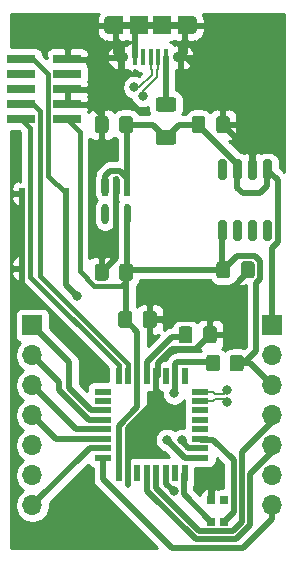
<source format=gbr>
G04 #@! TF.GenerationSoftware,KiCad,Pcbnew,(5.1.12-1-10_14)*
G04 #@! TF.CreationDate,2021-12-08T14:05:25-05:00*
G04 #@! TF.ProjectId,MinimalSAMD21,4d696e69-6d61-46c5-9341-4d4432312e6b,rev?*
G04 #@! TF.SameCoordinates,Original*
G04 #@! TF.FileFunction,Copper,L1,Top*
G04 #@! TF.FilePolarity,Positive*
%FSLAX46Y46*%
G04 Gerber Fmt 4.6, Leading zero omitted, Abs format (unit mm)*
G04 Created by KiCad (PCBNEW (5.1.12-1-10_14)) date 2021-12-08 14:05:25*
%MOMM*%
%LPD*%
G01*
G04 APERTURE LIST*
G04 #@! TA.AperFunction,SMDPad,CuDef*
%ADD10R,2.400000X0.740000*%
G04 #@! TD*
G04 #@! TA.AperFunction,SMDPad,CuDef*
%ADD11R,0.558800X0.952500*%
G04 #@! TD*
G04 #@! TA.AperFunction,SMDPad,CuDef*
%ADD12R,0.609807X1.755639*%
G04 #@! TD*
G04 #@! TA.AperFunction,SMDPad,CuDef*
%ADD13R,1.473200X0.508000*%
G04 #@! TD*
G04 #@! TA.AperFunction,SMDPad,CuDef*
%ADD14R,0.508000X1.473200*%
G04 #@! TD*
G04 #@! TA.AperFunction,ComponentPad*
%ADD15O,1.700000X1.700000*%
G04 #@! TD*
G04 #@! TA.AperFunction,ComponentPad*
%ADD16R,1.700000X1.700000*%
G04 #@! TD*
G04 #@! TA.AperFunction,ComponentPad*
%ADD17O,0.890000X1.550000*%
G04 #@! TD*
G04 #@! TA.AperFunction,SMDPad,CuDef*
%ADD18R,1.200000X1.550000*%
G04 #@! TD*
G04 #@! TA.AperFunction,SMDPad,CuDef*
%ADD19R,1.500000X1.550000*%
G04 #@! TD*
G04 #@! TA.AperFunction,ComponentPad*
%ADD20O,1.250000X0.950000*%
G04 #@! TD*
G04 #@! TA.AperFunction,SMDPad,CuDef*
%ADD21R,0.400000X1.350000*%
G04 #@! TD*
G04 #@! TA.AperFunction,SMDPad,CuDef*
%ADD22R,0.700000X0.700000*%
G04 #@! TD*
G04 #@! TA.AperFunction,ViaPad*
%ADD23C,0.800000*%
G04 #@! TD*
G04 #@! TA.AperFunction,Conductor*
%ADD24C,0.500000*%
G04 #@! TD*
G04 #@! TA.AperFunction,Conductor*
%ADD25C,0.400000*%
G04 #@! TD*
G04 #@! TA.AperFunction,Conductor*
%ADD26C,0.200000*%
G04 #@! TD*
G04 #@! TA.AperFunction,Conductor*
%ADD27C,0.254000*%
G04 #@! TD*
G04 #@! TA.AperFunction,Conductor*
%ADD28C,0.100000*%
G04 #@! TD*
G04 APERTURE END LIST*
D10*
X27050000Y-57960000D03*
X30950000Y-57960000D03*
X27050000Y-59230000D03*
X30950000Y-59230000D03*
X27050000Y-60500000D03*
X30950000Y-60500000D03*
X27050000Y-61770000D03*
X30950000Y-61770000D03*
X27050000Y-63040000D03*
X30950000Y-63040000D03*
D11*
X30854200Y-69318650D03*
X27145800Y-69318650D03*
X27145800Y-75681350D03*
X30854200Y-75681350D03*
D12*
X36050000Y-68724719D03*
G04 #@! TA.AperFunction,SMDPad,CuDef*
G36*
G01*
X35099999Y-67846900D02*
X35099999Y-67846900D01*
G75*
G02*
X35404902Y-68151803I0J-304903D01*
G01*
X35404902Y-69297635D01*
G75*
G02*
X35099999Y-69602538I-304903J0D01*
G01*
X35099999Y-69602538D01*
G75*
G02*
X34795096Y-69297635I0J304903D01*
G01*
X34795096Y-68151803D01*
G75*
G02*
X35099999Y-67846900I304903J0D01*
G01*
G37*
G04 #@! TD.AperFunction*
G04 #@! TA.AperFunction,SMDPad,CuDef*
G36*
G01*
X34149999Y-67846900D02*
X34149999Y-67846900D01*
G75*
G02*
X34454902Y-68151803I0J-304903D01*
G01*
X34454902Y-69297635D01*
G75*
G02*
X34149999Y-69602538I-304903J0D01*
G01*
X34149999Y-69602538D01*
G75*
G02*
X33845096Y-69297635I0J304903D01*
G01*
X33845096Y-68151803D01*
G75*
G02*
X34149999Y-67846900I304903J0D01*
G01*
G37*
G04 #@! TD.AperFunction*
G04 #@! TA.AperFunction,SMDPad,CuDef*
G36*
G01*
X34149999Y-70197463D02*
X34149999Y-70197463D01*
G75*
G02*
X34454902Y-70502366I0J-304903D01*
G01*
X34454902Y-71648198D01*
G75*
G02*
X34149999Y-71953101I-304903J0D01*
G01*
X34149999Y-71953101D01*
G75*
G02*
X33845096Y-71648198I0J304903D01*
G01*
X33845096Y-70502366D01*
G75*
G02*
X34149999Y-70197463I304903J0D01*
G01*
G37*
G04 #@! TD.AperFunction*
G04 #@! TA.AperFunction,SMDPad,CuDef*
G36*
G01*
X36050000Y-70197463D02*
X36050000Y-70197463D01*
G75*
G02*
X36354903Y-70502366I0J-304903D01*
G01*
X36354903Y-71648198D01*
G75*
G02*
X36050000Y-71953101I-304903J0D01*
G01*
X36050000Y-71953101D01*
G75*
G02*
X35745097Y-71648198I0J304903D01*
G01*
X35745097Y-70502366D01*
G75*
G02*
X36050000Y-70197463I304903J0D01*
G01*
G37*
G04 #@! TD.AperFunction*
D13*
X33981001Y-86100001D03*
X33981001Y-86899999D03*
X33981001Y-87700000D03*
X33981001Y-88500001D03*
X33981001Y-89299999D03*
X33981001Y-90100000D03*
X33981001Y-90899999D03*
X33981001Y-91699999D03*
D14*
X35300001Y-93018999D03*
X36099999Y-93018999D03*
X36900000Y-93018999D03*
X37700001Y-93018999D03*
X38499999Y-93018999D03*
X39300000Y-93018999D03*
X40099999Y-93018999D03*
X40899999Y-93018999D03*
D13*
X42218999Y-91699999D03*
X42218999Y-90900001D03*
X42218999Y-90100000D03*
X42218999Y-89299999D03*
X42218999Y-88500001D03*
X42218999Y-87700000D03*
X42218999Y-86900001D03*
X42218999Y-86100001D03*
D14*
X40899999Y-84781001D03*
X40100001Y-84781001D03*
X39300000Y-84781001D03*
X38499999Y-84781001D03*
X37700001Y-84781001D03*
X36900000Y-84781001D03*
X36100001Y-84781001D03*
X35300001Y-84781001D03*
G04 #@! TA.AperFunction,SMDPad,CuDef*
G36*
G01*
X47705000Y-71600000D02*
X48105000Y-71600000D01*
G75*
G02*
X48305000Y-71800000I0J-200000D01*
G01*
X48305000Y-73150000D01*
G75*
G02*
X48105000Y-73350000I-200000J0D01*
G01*
X47705000Y-73350000D01*
G75*
G02*
X47505000Y-73150000I0J200000D01*
G01*
X47505000Y-71800000D01*
G75*
G02*
X47705000Y-71600000I200000J0D01*
G01*
G37*
G04 #@! TD.AperFunction*
G04 #@! TA.AperFunction,SMDPad,CuDef*
G36*
G01*
X46435000Y-71600000D02*
X46835000Y-71600000D01*
G75*
G02*
X47035000Y-71800000I0J-200000D01*
G01*
X47035000Y-73150000D01*
G75*
G02*
X46835000Y-73350000I-200000J0D01*
G01*
X46435000Y-73350000D01*
G75*
G02*
X46235000Y-73150000I0J200000D01*
G01*
X46235000Y-71800000D01*
G75*
G02*
X46435000Y-71600000I200000J0D01*
G01*
G37*
G04 #@! TD.AperFunction*
G04 #@! TA.AperFunction,SMDPad,CuDef*
G36*
G01*
X45165000Y-71600000D02*
X45565000Y-71600000D01*
G75*
G02*
X45765000Y-71800000I0J-200000D01*
G01*
X45765000Y-73150000D01*
G75*
G02*
X45565000Y-73350000I-200000J0D01*
G01*
X45165000Y-73350000D01*
G75*
G02*
X44965000Y-73150000I0J200000D01*
G01*
X44965000Y-71800000D01*
G75*
G02*
X45165000Y-71600000I200000J0D01*
G01*
G37*
G04 #@! TD.AperFunction*
G04 #@! TA.AperFunction,SMDPad,CuDef*
G36*
G01*
X43895000Y-71600000D02*
X44295000Y-71600000D01*
G75*
G02*
X44495000Y-71800000I0J-200000D01*
G01*
X44495000Y-73150000D01*
G75*
G02*
X44295000Y-73350000I-200000J0D01*
G01*
X43895000Y-73350000D01*
G75*
G02*
X43695000Y-73150000I0J200000D01*
G01*
X43695000Y-71800000D01*
G75*
G02*
X43895000Y-71600000I200000J0D01*
G01*
G37*
G04 #@! TD.AperFunction*
G04 #@! TA.AperFunction,SMDPad,CuDef*
G36*
G01*
X43895000Y-66450000D02*
X44295000Y-66450000D01*
G75*
G02*
X44495000Y-66650000I0J-200000D01*
G01*
X44495000Y-68000000D01*
G75*
G02*
X44295000Y-68200000I-200000J0D01*
G01*
X43895000Y-68200000D01*
G75*
G02*
X43695000Y-68000000I0J200000D01*
G01*
X43695000Y-66650000D01*
G75*
G02*
X43895000Y-66450000I200000J0D01*
G01*
G37*
G04 #@! TD.AperFunction*
G04 #@! TA.AperFunction,SMDPad,CuDef*
G36*
G01*
X45165000Y-66450000D02*
X45565000Y-66450000D01*
G75*
G02*
X45765000Y-66650000I0J-200000D01*
G01*
X45765000Y-68000000D01*
G75*
G02*
X45565000Y-68200000I-200000J0D01*
G01*
X45165000Y-68200000D01*
G75*
G02*
X44965000Y-68000000I0J200000D01*
G01*
X44965000Y-66650000D01*
G75*
G02*
X45165000Y-66450000I200000J0D01*
G01*
G37*
G04 #@! TD.AperFunction*
G04 #@! TA.AperFunction,SMDPad,CuDef*
G36*
G01*
X46435000Y-66450000D02*
X46835000Y-66450000D01*
G75*
G02*
X47035000Y-66650000I0J-200000D01*
G01*
X47035000Y-68000000D01*
G75*
G02*
X46835000Y-68200000I-200000J0D01*
G01*
X46435000Y-68200000D01*
G75*
G02*
X46235000Y-68000000I0J200000D01*
G01*
X46235000Y-66650000D01*
G75*
G02*
X46435000Y-66450000I200000J0D01*
G01*
G37*
G04 #@! TD.AperFunction*
G04 #@! TA.AperFunction,SMDPad,CuDef*
G36*
G01*
X47705000Y-66450000D02*
X48105000Y-66450000D01*
G75*
G02*
X48305000Y-66650000I0J-200000D01*
G01*
X48305000Y-68000000D01*
G75*
G02*
X48105000Y-68200000I-200000J0D01*
G01*
X47705000Y-68200000D01*
G75*
G02*
X47505000Y-68000000I0J200000D01*
G01*
X47505000Y-66650000D01*
G75*
G02*
X47705000Y-66450000I200000J0D01*
G01*
G37*
G04 #@! TD.AperFunction*
G04 #@! TA.AperFunction,SMDPad,CuDef*
G36*
G01*
X43900000Y-83249999D02*
X43900000Y-84150001D01*
G75*
G02*
X43650001Y-84400000I-249999J0D01*
G01*
X42949999Y-84400000D01*
G75*
G02*
X42700000Y-84150001I0J249999D01*
G01*
X42700000Y-83249999D01*
G75*
G02*
X42949999Y-83000000I249999J0D01*
G01*
X43650001Y-83000000D01*
G75*
G02*
X43900000Y-83249999I0J-249999D01*
G01*
G37*
G04 #@! TD.AperFunction*
G04 #@! TA.AperFunction,SMDPad,CuDef*
G36*
G01*
X45900000Y-83249999D02*
X45900000Y-84150001D01*
G75*
G02*
X45650001Y-84400000I-249999J0D01*
G01*
X44949999Y-84400000D01*
G75*
G02*
X44700000Y-84150001I0J249999D01*
G01*
X44700000Y-83249999D01*
G75*
G02*
X44949999Y-83000000I249999J0D01*
G01*
X45650001Y-83000000D01*
G75*
G02*
X45900000Y-83249999I0J-249999D01*
G01*
G37*
G04 #@! TD.AperFunction*
D15*
X48260000Y-95700000D03*
X48260000Y-93160000D03*
X48260000Y-90620000D03*
X48260000Y-88080000D03*
X48260000Y-85540000D03*
X48260000Y-83000000D03*
D16*
X48260000Y-80460000D03*
D17*
X34510000Y-55100000D03*
X41510000Y-55100000D03*
D18*
X35110000Y-55100000D03*
X40910000Y-55100000D03*
D19*
X37010000Y-55100000D03*
X39010000Y-55100000D03*
D20*
X35510000Y-57800000D03*
X40510000Y-57800000D03*
D21*
X36710000Y-57800000D03*
X37360000Y-57800000D03*
X38010000Y-57800000D03*
X38660000Y-57800000D03*
X39310000Y-57800000D03*
D15*
X28000000Y-95740000D03*
X28000000Y-93200000D03*
X28000000Y-90660000D03*
X28000000Y-88120000D03*
X28000000Y-85580000D03*
X28000000Y-83040000D03*
D16*
X28000000Y-80500000D03*
G04 #@! TA.AperFunction,SMDPad,CuDef*
G36*
G01*
X39925000Y-62425000D02*
X38675000Y-62425000D01*
G75*
G02*
X38425000Y-62175000I0J250000D01*
G01*
X38425000Y-61425000D01*
G75*
G02*
X38675000Y-61175000I250000J0D01*
G01*
X39925000Y-61175000D01*
G75*
G02*
X40175000Y-61425000I0J-250000D01*
G01*
X40175000Y-62175000D01*
G75*
G02*
X39925000Y-62425000I-250000J0D01*
G01*
G37*
G04 #@! TD.AperFunction*
G04 #@! TA.AperFunction,SMDPad,CuDef*
G36*
G01*
X39925000Y-65225000D02*
X38675000Y-65225000D01*
G75*
G02*
X38425000Y-64975000I0J250000D01*
G01*
X38425000Y-64225000D01*
G75*
G02*
X38675000Y-63975000I250000J0D01*
G01*
X39925000Y-63975000D01*
G75*
G02*
X40175000Y-64225000I0J-250000D01*
G01*
X40175000Y-64975000D01*
G75*
G02*
X39925000Y-65225000I-250000J0D01*
G01*
G37*
G04 #@! TD.AperFunction*
D22*
X43150000Y-97115000D03*
X44250000Y-97115000D03*
X44250000Y-95285000D03*
X43150000Y-95285000D03*
G04 #@! TA.AperFunction,SMDPad,CuDef*
G36*
G01*
X34450000Y-75525000D02*
X34450000Y-76475000D01*
G75*
G02*
X34200000Y-76725000I-250000J0D01*
G01*
X33525000Y-76725000D01*
G75*
G02*
X33275000Y-76475000I0J250000D01*
G01*
X33275000Y-75525000D01*
G75*
G02*
X33525000Y-75275000I250000J0D01*
G01*
X34200000Y-75275000D01*
G75*
G02*
X34450000Y-75525000I0J-250000D01*
G01*
G37*
G04 #@! TD.AperFunction*
G04 #@! TA.AperFunction,SMDPad,CuDef*
G36*
G01*
X36525000Y-75525000D02*
X36525000Y-76475000D01*
G75*
G02*
X36275000Y-76725000I-250000J0D01*
G01*
X35600000Y-76725000D01*
G75*
G02*
X35350000Y-76475000I0J250000D01*
G01*
X35350000Y-75525000D01*
G75*
G02*
X35600000Y-75275000I250000J0D01*
G01*
X36275000Y-75275000D01*
G75*
G02*
X36525000Y-75525000I0J-250000D01*
G01*
G37*
G04 #@! TD.AperFunction*
G04 #@! TA.AperFunction,SMDPad,CuDef*
G36*
G01*
X37350000Y-80475000D02*
X37350000Y-79525000D01*
G75*
G02*
X37600000Y-79275000I250000J0D01*
G01*
X38275000Y-79275000D01*
G75*
G02*
X38525000Y-79525000I0J-250000D01*
G01*
X38525000Y-80475000D01*
G75*
G02*
X38275000Y-80725000I-250000J0D01*
G01*
X37600000Y-80725000D01*
G75*
G02*
X37350000Y-80475000I0J250000D01*
G01*
G37*
G04 #@! TD.AperFunction*
G04 #@! TA.AperFunction,SMDPad,CuDef*
G36*
G01*
X35275000Y-80475000D02*
X35275000Y-79525000D01*
G75*
G02*
X35525000Y-79275000I250000J0D01*
G01*
X36200000Y-79275000D01*
G75*
G02*
X36450000Y-79525000I0J-250000D01*
G01*
X36450000Y-80475000D01*
G75*
G02*
X36200000Y-80725000I-250000J0D01*
G01*
X35525000Y-80725000D01*
G75*
G02*
X35275000Y-80475000I0J250000D01*
G01*
G37*
G04 #@! TD.AperFunction*
G04 #@! TA.AperFunction,SMDPad,CuDef*
G36*
G01*
X42450000Y-81775000D02*
X42450000Y-80825000D01*
G75*
G02*
X42700000Y-80575000I250000J0D01*
G01*
X43375000Y-80575000D01*
G75*
G02*
X43625000Y-80825000I0J-250000D01*
G01*
X43625000Y-81775000D01*
G75*
G02*
X43375000Y-82025000I-250000J0D01*
G01*
X42700000Y-82025000D01*
G75*
G02*
X42450000Y-81775000I0J250000D01*
G01*
G37*
G04 #@! TD.AperFunction*
G04 #@! TA.AperFunction,SMDPad,CuDef*
G36*
G01*
X40375000Y-81775000D02*
X40375000Y-80825000D01*
G75*
G02*
X40625000Y-80575000I250000J0D01*
G01*
X41300000Y-80575000D01*
G75*
G02*
X41550000Y-80825000I0J-250000D01*
G01*
X41550000Y-81775000D01*
G75*
G02*
X41300000Y-82025000I-250000J0D01*
G01*
X40625000Y-82025000D01*
G75*
G02*
X40375000Y-81775000I0J250000D01*
G01*
G37*
G04 #@! TD.AperFunction*
G04 #@! TA.AperFunction,SMDPad,CuDef*
G36*
G01*
X34450000Y-63025000D02*
X34450000Y-63975000D01*
G75*
G02*
X34200000Y-64225000I-250000J0D01*
G01*
X33525000Y-64225000D01*
G75*
G02*
X33275000Y-63975000I0J250000D01*
G01*
X33275000Y-63025000D01*
G75*
G02*
X33525000Y-62775000I250000J0D01*
G01*
X34200000Y-62775000D01*
G75*
G02*
X34450000Y-63025000I0J-250000D01*
G01*
G37*
G04 #@! TD.AperFunction*
G04 #@! TA.AperFunction,SMDPad,CuDef*
G36*
G01*
X36525000Y-63025000D02*
X36525000Y-63975000D01*
G75*
G02*
X36275000Y-64225000I-250000J0D01*
G01*
X35600000Y-64225000D01*
G75*
G02*
X35350000Y-63975000I0J250000D01*
G01*
X35350000Y-63025000D01*
G75*
G02*
X35600000Y-62775000I250000J0D01*
G01*
X36275000Y-62775000D01*
G75*
G02*
X36525000Y-63025000I0J-250000D01*
G01*
G37*
G04 #@! TD.AperFunction*
G04 #@! TA.AperFunction,SMDPad,CuDef*
G36*
G01*
X45650000Y-76275000D02*
X45650000Y-75325000D01*
G75*
G02*
X45900000Y-75075000I250000J0D01*
G01*
X46575000Y-75075000D01*
G75*
G02*
X46825000Y-75325000I0J-250000D01*
G01*
X46825000Y-76275000D01*
G75*
G02*
X46575000Y-76525000I-250000J0D01*
G01*
X45900000Y-76525000D01*
G75*
G02*
X45650000Y-76275000I0J250000D01*
G01*
G37*
G04 #@! TD.AperFunction*
G04 #@! TA.AperFunction,SMDPad,CuDef*
G36*
G01*
X43575000Y-76275000D02*
X43575000Y-75325000D01*
G75*
G02*
X43825000Y-75075000I250000J0D01*
G01*
X44500000Y-75075000D01*
G75*
G02*
X44750000Y-75325000I0J-250000D01*
G01*
X44750000Y-76275000D01*
G75*
G02*
X44500000Y-76525000I-250000J0D01*
G01*
X43825000Y-76525000D01*
G75*
G02*
X43575000Y-76275000I0J250000D01*
G01*
G37*
G04 #@! TD.AperFunction*
G04 #@! TA.AperFunction,SMDPad,CuDef*
G36*
G01*
X43550000Y-63975000D02*
X43550000Y-63025000D01*
G75*
G02*
X43800000Y-62775000I250000J0D01*
G01*
X44475000Y-62775000D01*
G75*
G02*
X44725000Y-63025000I0J-250000D01*
G01*
X44725000Y-63975000D01*
G75*
G02*
X44475000Y-64225000I-250000J0D01*
G01*
X43800000Y-64225000D01*
G75*
G02*
X43550000Y-63975000I0J250000D01*
G01*
G37*
G04 #@! TD.AperFunction*
G04 #@! TA.AperFunction,SMDPad,CuDef*
G36*
G01*
X41475000Y-63975000D02*
X41475000Y-63025000D01*
G75*
G02*
X41725000Y-62775000I250000J0D01*
G01*
X42400000Y-62775000D01*
G75*
G02*
X42650000Y-63025000I0J-250000D01*
G01*
X42650000Y-63975000D01*
G75*
G02*
X42400000Y-64225000I-250000J0D01*
G01*
X41725000Y-64225000D01*
G75*
G02*
X41475000Y-63975000I0J250000D01*
G01*
G37*
G04 #@! TD.AperFunction*
D23*
X27000000Y-77500000D03*
X43000000Y-79250000D03*
X43000000Y-94000000D03*
X34000000Y-73750000D03*
X31750000Y-78000000D03*
X40000000Y-86250000D03*
X40700000Y-90200000D03*
X39400000Y-90200000D03*
X36628768Y-60328768D03*
X44500000Y-85975001D03*
X44500000Y-87025001D03*
X37371232Y-61071232D03*
X39951041Y-94548959D03*
D24*
X40910000Y-55100000D02*
X35110000Y-55100000D01*
X40910000Y-57400000D02*
X40510000Y-57800000D01*
X40910000Y-55100000D02*
X40910000Y-57400000D01*
X35110000Y-57400000D02*
X35510000Y-57800000D01*
X35110000Y-55100000D02*
X35110000Y-57400000D01*
X36710000Y-55400000D02*
X36710000Y-57800000D01*
X37010000Y-55100000D02*
X36710000Y-55400000D01*
X38499999Y-86789963D02*
X38499999Y-84781001D01*
X36099999Y-89189963D02*
X38499999Y-86789963D01*
X36099999Y-93018999D02*
X36099999Y-89189963D01*
X40510000Y-57800000D02*
X41000000Y-57800000D01*
X44137500Y-60937500D02*
X44137500Y-63500000D01*
X41000000Y-57800000D02*
X44137500Y-60937500D01*
X46635000Y-65997500D02*
X46635000Y-67325000D01*
X44137500Y-63500000D02*
X46635000Y-65997500D01*
X35510000Y-57800000D02*
X35510000Y-59090000D01*
X33862500Y-60737500D02*
X33862500Y-63500000D01*
X35510000Y-59090000D02*
X33862500Y-60737500D01*
X35099999Y-74762501D02*
X33862500Y-76000000D01*
X35099999Y-68724719D02*
X35099999Y-74762501D01*
X36099999Y-94019603D02*
X36099999Y-93018999D01*
X41862490Y-82475010D02*
X43037500Y-81300000D01*
X39805389Y-82475010D02*
X41862490Y-82475010D01*
X38595999Y-83684400D02*
X39805389Y-82475010D01*
X38595999Y-84781001D02*
X38595999Y-83684400D01*
X38499999Y-84781001D02*
X38595999Y-84781001D01*
X37937500Y-80000000D02*
X41737500Y-80000000D01*
X27145800Y-75681350D02*
X27145800Y-69318650D01*
D25*
X30950000Y-57960000D02*
X32460000Y-57960000D01*
X33000000Y-58500000D02*
X33000000Y-59500000D01*
X32460000Y-57960000D02*
X33000000Y-58500000D01*
X30950000Y-60500000D02*
X32000000Y-60500000D01*
X33862500Y-63500000D02*
X33500000Y-63500000D01*
X32857500Y-61770000D02*
X30950000Y-61770000D01*
X33862500Y-62775000D02*
X32857500Y-61770000D01*
X33862500Y-63500000D02*
X33862500Y-62775000D01*
D24*
X27145800Y-77354200D02*
X27000000Y-77500000D01*
X27145800Y-75681350D02*
X27145800Y-77354200D01*
X43037500Y-79287500D02*
X43000000Y-79250000D01*
X43037500Y-81300000D02*
X43037500Y-79287500D01*
X46237500Y-76012500D02*
X43000000Y-79250000D01*
X46237500Y-75800000D02*
X46237500Y-76012500D01*
X43150000Y-94150000D02*
X43000000Y-94000000D01*
X43150000Y-95285000D02*
X43150000Y-94150000D01*
X33862500Y-73887500D02*
X34000000Y-73750000D01*
X33862500Y-76000000D02*
X33862500Y-73887500D01*
X45365000Y-66800746D02*
X45365000Y-67325000D01*
X42064254Y-63500000D02*
X45365000Y-66800746D01*
X47905000Y-67325000D02*
X47905000Y-68695000D01*
X47905000Y-68695000D02*
X47300000Y-69300000D01*
X47300000Y-69300000D02*
X45800000Y-69300000D01*
X45365000Y-68865000D02*
X45800000Y-69300000D01*
X45365000Y-67325000D02*
X45365000Y-68865000D01*
X36050000Y-63612500D02*
X35937500Y-63500000D01*
X36050000Y-68724719D02*
X36050000Y-63612500D01*
X48755010Y-73419244D02*
X48755010Y-68175010D01*
X48755010Y-68175010D02*
X47905000Y-67325000D01*
X48260000Y-73914254D02*
X48755010Y-73419244D01*
X48260000Y-80460000D02*
X48260000Y-73914254D01*
X40400000Y-63500000D02*
X39300000Y-64600000D01*
X42062500Y-63500000D02*
X40400000Y-63500000D01*
X38200000Y-63500000D02*
X39300000Y-64600000D01*
X35937500Y-63500000D02*
X38200000Y-63500000D01*
X34600009Y-67396890D02*
X34149999Y-67846900D01*
X35412697Y-67396890D02*
X34600009Y-67396890D01*
X34149999Y-67846900D02*
X34149999Y-68724719D01*
X36050000Y-68034193D02*
X35412697Y-67396890D01*
X36050000Y-68724719D02*
X36050000Y-68034193D01*
X36900000Y-84781001D02*
X36900000Y-87400000D01*
X35300001Y-88999999D02*
X35300001Y-93018999D01*
X36900000Y-87400000D02*
X35300001Y-88999999D01*
X44095000Y-75732500D02*
X44162500Y-75800000D01*
X44095000Y-72475000D02*
X44095000Y-75732500D01*
X36050000Y-75887500D02*
X35937500Y-76000000D01*
X36050000Y-71075282D02*
X36050000Y-75887500D01*
X36137500Y-75800000D02*
X35937500Y-76000000D01*
X44162500Y-75800000D02*
X36137500Y-75800000D01*
X48260000Y-85540000D02*
X48260000Y-85320034D01*
X48260000Y-85540000D02*
X48260000Y-84924002D01*
X35937500Y-79925000D02*
X35862500Y-80000000D01*
X35937500Y-76000000D02*
X35937500Y-79925000D01*
X46864956Y-74624990D02*
X45337510Y-74624990D01*
X47275010Y-75035044D02*
X46864956Y-74624990D01*
X46937510Y-76902456D02*
X47275010Y-76564956D01*
X46937510Y-82662490D02*
X46937510Y-76902456D01*
X45900000Y-83700000D02*
X46937510Y-82662490D01*
X45337510Y-74624990D02*
X44162500Y-75800000D01*
X47275010Y-76564956D02*
X47275010Y-75035044D01*
X45300000Y-83700000D02*
X45900000Y-83700000D01*
X46420000Y-83700000D02*
X48260000Y-85540000D01*
X45300000Y-83700000D02*
X46420000Y-83700000D01*
X36900000Y-81037500D02*
X35862500Y-80000000D01*
X36900000Y-84781001D02*
X36900000Y-81037500D01*
D25*
X32000000Y-64090000D02*
X30950000Y-63040000D01*
X32000000Y-75869256D02*
X32000000Y-64090000D01*
X35537490Y-77125010D02*
X33255754Y-77125010D01*
X33255754Y-77125010D02*
X32000000Y-75869256D01*
X35937500Y-76725000D02*
X35537490Y-77125010D01*
X35937500Y-76000000D02*
X35937500Y-76725000D01*
D24*
X40762500Y-81500000D02*
X40962500Y-81300000D01*
X39790436Y-81500000D02*
X40762500Y-81500000D01*
X37700001Y-83590435D02*
X39790436Y-81500000D01*
X37700001Y-84781001D02*
X37700001Y-83590435D01*
X40804000Y-94769000D02*
X43150000Y-97115000D01*
X40804000Y-93096000D02*
X40804000Y-94769000D01*
X40881001Y-93018999D02*
X40804000Y-93096000D01*
X40899999Y-93018999D02*
X40881001Y-93018999D01*
X45050001Y-96314999D02*
X44250000Y-97115000D01*
X45050001Y-91930401D02*
X45050001Y-96314999D01*
X43315600Y-90196000D02*
X45050001Y-91930401D01*
X42296000Y-90196000D02*
X43315600Y-90196000D01*
X42218999Y-90118999D02*
X42296000Y-90196000D01*
X42218999Y-90100000D02*
X42218999Y-90118999D01*
X39310000Y-61790000D02*
X39300000Y-61800000D01*
X39310000Y-57800000D02*
X39310000Y-61790000D01*
D25*
X27825201Y-63815201D02*
X27050000Y-63040000D01*
X27825201Y-70114901D02*
X27825201Y-63815201D01*
X35300001Y-83848541D02*
X27825201Y-76373741D01*
X35300001Y-84781001D02*
X35300001Y-83848541D01*
X27825201Y-70114901D02*
X27825201Y-75174799D01*
X27825201Y-75174799D02*
X27825201Y-74885099D01*
X27825201Y-76373741D02*
X27825201Y-75174799D01*
X28650001Y-62349999D02*
X28650001Y-76349999D01*
X28070002Y-61770000D02*
X28500000Y-62199998D01*
X28570001Y-62269999D02*
X28650001Y-62349999D01*
X27050000Y-61770000D02*
X28070002Y-61770000D01*
X36100001Y-83799999D02*
X36100001Y-84781001D01*
X28650001Y-76349999D02*
X36100001Y-83799999D01*
D24*
X43194400Y-83594400D02*
X43300000Y-83700000D01*
X40285998Y-83594400D02*
X43194400Y-83594400D01*
X40100001Y-83780397D02*
X40285998Y-83594400D01*
X40100001Y-84781001D02*
X40100001Y-83780397D01*
X30854200Y-69318650D02*
X30854200Y-75681350D01*
D25*
X29349999Y-67814449D02*
X30854200Y-69318650D01*
X29349999Y-59239997D02*
X29349999Y-67814449D01*
X28070002Y-57960000D02*
X29349999Y-59239997D01*
X27050000Y-57960000D02*
X28070002Y-57960000D01*
D24*
X30854200Y-77104200D02*
X31750000Y-78000000D01*
X30854200Y-75681350D02*
X30854200Y-77104200D01*
X40100001Y-86149999D02*
X40100001Y-84781001D01*
X40000000Y-86250000D02*
X40100001Y-86149999D01*
X32840001Y-90899999D02*
X33981001Y-90899999D01*
X28000000Y-95740000D02*
X32840001Y-90899999D01*
X40800000Y-90300000D02*
X40700000Y-90200000D01*
X40800000Y-90481603D02*
X40800000Y-90300000D01*
X41218398Y-90900001D02*
X40800000Y-90481603D01*
X42218999Y-90900001D02*
X41218398Y-90900001D01*
X40899999Y-91699999D02*
X39400000Y-90200000D01*
X42218999Y-91699999D02*
X40899999Y-91699999D01*
X29980000Y-90100000D02*
X28000000Y-88120000D01*
X33981001Y-90100000D02*
X29980000Y-90100000D01*
X31719999Y-89299999D02*
X28000000Y-85580000D01*
X33981001Y-89299999D02*
X31719999Y-89299999D01*
X32790438Y-88500001D02*
X30270000Y-85979563D01*
X33981001Y-88500001D02*
X32790438Y-88500001D01*
X30270000Y-85310000D02*
X28000000Y-83040000D01*
X30270000Y-85979563D02*
X30270000Y-85310000D01*
X32980400Y-87700000D02*
X31120000Y-85839600D01*
X33981001Y-87700000D02*
X32980400Y-87700000D01*
X31120000Y-83620000D02*
X28000000Y-80500000D01*
X31120000Y-85839600D02*
X31120000Y-83620000D01*
D26*
X37053033Y-60328768D02*
X36628768Y-60328768D01*
X38110000Y-58912501D02*
X38110000Y-59271801D01*
X38010000Y-57800000D02*
X38010000Y-58812501D01*
X38110000Y-59271801D02*
X37053033Y-60328768D01*
X38010000Y-58812501D02*
X38110000Y-58912501D01*
X44200000Y-86275001D02*
X44500000Y-85975001D01*
X43323900Y-86100001D02*
X43498900Y-86275001D01*
X43498900Y-86275001D02*
X44200000Y-86275001D01*
X42218999Y-86100001D02*
X43323900Y-86100001D01*
X37371232Y-60646967D02*
X37371232Y-61071232D01*
X44200000Y-86725001D02*
X44500000Y-87025001D01*
X43498900Y-86725001D02*
X44200000Y-86725001D01*
X42218999Y-86900001D02*
X43323900Y-86900001D01*
X43323900Y-86900001D02*
X43498900Y-86725001D01*
X38560000Y-59458199D02*
X37371232Y-60646967D01*
X38660000Y-58812501D02*
X38560000Y-58912501D01*
X38660000Y-57800000D02*
X38660000Y-58812501D01*
X38560000Y-58912501D02*
X38560000Y-59458199D01*
D24*
X48260000Y-96902081D02*
X48260000Y-95700000D01*
X45847060Y-99315021D02*
X48260000Y-96902081D01*
X39795421Y-99315021D02*
X45847060Y-99315021D01*
X33981001Y-93500601D02*
X39795421Y-99315021D01*
X33981001Y-91699999D02*
X33981001Y-93500601D01*
X39300000Y-93897918D02*
X39951041Y-94548959D01*
X39300000Y-93018999D02*
X39300000Y-93897918D01*
X37700001Y-94489963D02*
X37700001Y-93018999D01*
X46450021Y-97414944D02*
X45249954Y-98615011D01*
X46450021Y-93045977D02*
X46450021Y-97414944D01*
X41825049Y-98615011D02*
X37700001Y-94489963D01*
X45249954Y-98615011D02*
X41825049Y-98615011D01*
X48260000Y-91235998D02*
X46450021Y-93045977D01*
X48260000Y-90620000D02*
X48260000Y-91235998D01*
X42115001Y-97915001D02*
X38499999Y-94299999D01*
X44960001Y-97915001D02*
X42115001Y-97915001D01*
X38499999Y-94299999D02*
X38499999Y-93018999D01*
X45750011Y-97124991D02*
X44960001Y-97915001D01*
X45750011Y-91205987D02*
X45750011Y-97124991D01*
X48260000Y-88695998D02*
X45750011Y-91205987D01*
X48260000Y-88080000D02*
X48260000Y-88695998D01*
D27*
X26990202Y-64161070D02*
X26990201Y-68337551D01*
X26860050Y-68207400D01*
X26739416Y-68217091D01*
X26619864Y-68253880D01*
X26509787Y-68313285D01*
X26413414Y-68393023D01*
X26334449Y-68490031D01*
X26275926Y-68600580D01*
X26240095Y-68720423D01*
X26228333Y-68844952D01*
X26231400Y-69032900D01*
X26390150Y-69191650D01*
X26990201Y-69191650D01*
X26990201Y-69445650D01*
X26390150Y-69445650D01*
X26231400Y-69604400D01*
X26228333Y-69792348D01*
X26240095Y-69916877D01*
X26275926Y-70036720D01*
X26334449Y-70147269D01*
X26413414Y-70244277D01*
X26509787Y-70324015D01*
X26619864Y-70383420D01*
X26739416Y-70420209D01*
X26860050Y-70429900D01*
X26990201Y-70299749D01*
X26990202Y-74700252D01*
X26860050Y-74570100D01*
X26739416Y-74579791D01*
X26619864Y-74616580D01*
X26509787Y-74675985D01*
X26413414Y-74755723D01*
X26334449Y-74852731D01*
X26275926Y-74963280D01*
X26240095Y-75083123D01*
X26228333Y-75207652D01*
X26231400Y-75395600D01*
X26390150Y-75554350D01*
X26990202Y-75554350D01*
X26990201Y-75808350D01*
X26390150Y-75808350D01*
X26231400Y-75967100D01*
X26228333Y-76155048D01*
X26240095Y-76279577D01*
X26275926Y-76399420D01*
X26334449Y-76509969D01*
X26413414Y-76606977D01*
X26509787Y-76686715D01*
X26619864Y-76746120D01*
X26739416Y-76782909D01*
X26860050Y-76792600D01*
X27018798Y-76633852D01*
X27018798Y-76792600D01*
X27102290Y-76792600D01*
X27127565Y-76839886D01*
X27231910Y-76967032D01*
X27263780Y-76993187D01*
X34407929Y-84137338D01*
X34407929Y-85207929D01*
X33244401Y-85207929D01*
X33119919Y-85220189D01*
X33000221Y-85256499D01*
X32889907Y-85315464D01*
X32793216Y-85394816D01*
X32713864Y-85491507D01*
X32654899Y-85601821D01*
X32618589Y-85721519D01*
X32606329Y-85846001D01*
X32606329Y-86074351D01*
X32005000Y-85473022D01*
X32005000Y-83663465D01*
X32009281Y-83619999D01*
X32005000Y-83576533D01*
X32005000Y-83576523D01*
X31992195Y-83446510D01*
X31941589Y-83279687D01*
X31859411Y-83125941D01*
X31789690Y-83040986D01*
X31776532Y-83024953D01*
X31776530Y-83024951D01*
X31748817Y-82991183D01*
X31715049Y-82963470D01*
X29488072Y-80736494D01*
X29488072Y-79650000D01*
X29475812Y-79525518D01*
X29439502Y-79405820D01*
X29380537Y-79295506D01*
X29301185Y-79198815D01*
X29204494Y-79119463D01*
X29094180Y-79060498D01*
X28974482Y-79024188D01*
X28850000Y-79011928D01*
X27150000Y-79011928D01*
X27025518Y-79024188D01*
X26905820Y-79060498D01*
X26795506Y-79119463D01*
X26698815Y-79198815D01*
X26619463Y-79295506D01*
X26560498Y-79405820D01*
X26524188Y-79525518D01*
X26511928Y-79650000D01*
X26511928Y-81350000D01*
X26524188Y-81474482D01*
X26560498Y-81594180D01*
X26619463Y-81704494D01*
X26698815Y-81801185D01*
X26795506Y-81880537D01*
X26905820Y-81939502D01*
X26978380Y-81961513D01*
X26846525Y-82093368D01*
X26684010Y-82336589D01*
X26572068Y-82606842D01*
X26515000Y-82893740D01*
X26515000Y-83186260D01*
X26572068Y-83473158D01*
X26684010Y-83743411D01*
X26846525Y-83986632D01*
X27053368Y-84193475D01*
X27227760Y-84310000D01*
X27053368Y-84426525D01*
X26846525Y-84633368D01*
X26684010Y-84876589D01*
X26572068Y-85146842D01*
X26515000Y-85433740D01*
X26515000Y-85726260D01*
X26572068Y-86013158D01*
X26684010Y-86283411D01*
X26846525Y-86526632D01*
X27053368Y-86733475D01*
X27227760Y-86850000D01*
X27053368Y-86966525D01*
X26846525Y-87173368D01*
X26684010Y-87416589D01*
X26572068Y-87686842D01*
X26515000Y-87973740D01*
X26515000Y-88266260D01*
X26572068Y-88553158D01*
X26684010Y-88823411D01*
X26846525Y-89066632D01*
X27053368Y-89273475D01*
X27227760Y-89390000D01*
X27053368Y-89506525D01*
X26846525Y-89713368D01*
X26684010Y-89956589D01*
X26572068Y-90226842D01*
X26515000Y-90513740D01*
X26515000Y-90806260D01*
X26572068Y-91093158D01*
X26684010Y-91363411D01*
X26846525Y-91606632D01*
X27053368Y-91813475D01*
X27227760Y-91930000D01*
X27053368Y-92046525D01*
X26846525Y-92253368D01*
X26684010Y-92496589D01*
X26572068Y-92766842D01*
X26515000Y-93053740D01*
X26515000Y-93346260D01*
X26572068Y-93633158D01*
X26684010Y-93903411D01*
X26846525Y-94146632D01*
X27053368Y-94353475D01*
X27227760Y-94470000D01*
X27053368Y-94586525D01*
X26846525Y-94793368D01*
X26684010Y-95036589D01*
X26572068Y-95306842D01*
X26515000Y-95593740D01*
X26515000Y-95886260D01*
X26572068Y-96173158D01*
X26684010Y-96443411D01*
X26846525Y-96686632D01*
X27053368Y-96893475D01*
X27296589Y-97055990D01*
X27566842Y-97167932D01*
X27853740Y-97225000D01*
X28146260Y-97225000D01*
X28433158Y-97167932D01*
X28703411Y-97055990D01*
X28946632Y-96893475D01*
X29153475Y-96686632D01*
X29315990Y-96443411D01*
X29427932Y-96173158D01*
X29485000Y-95886260D01*
X29485000Y-95593740D01*
X29470539Y-95521039D01*
X32703143Y-92288436D01*
X32713864Y-92308493D01*
X32793216Y-92405184D01*
X32889907Y-92484536D01*
X33000221Y-92543501D01*
X33096001Y-92572556D01*
X33096002Y-93457122D01*
X33091720Y-93500601D01*
X33108806Y-93674091D01*
X33159413Y-93840914D01*
X33241591Y-93994660D01*
X33324469Y-94095647D01*
X33324472Y-94095650D01*
X33352185Y-94129418D01*
X33385953Y-94157131D01*
X38568821Y-99340000D01*
X26160000Y-99340000D01*
X26160000Y-64048072D01*
X26877204Y-64048072D01*
X26990202Y-64161070D01*
G04 #@! TA.AperFunction,Conductor*
D28*
G36*
X26990202Y-64161070D02*
G01*
X26990201Y-68337551D01*
X26860050Y-68207400D01*
X26739416Y-68217091D01*
X26619864Y-68253880D01*
X26509787Y-68313285D01*
X26413414Y-68393023D01*
X26334449Y-68490031D01*
X26275926Y-68600580D01*
X26240095Y-68720423D01*
X26228333Y-68844952D01*
X26231400Y-69032900D01*
X26390150Y-69191650D01*
X26990201Y-69191650D01*
X26990201Y-69445650D01*
X26390150Y-69445650D01*
X26231400Y-69604400D01*
X26228333Y-69792348D01*
X26240095Y-69916877D01*
X26275926Y-70036720D01*
X26334449Y-70147269D01*
X26413414Y-70244277D01*
X26509787Y-70324015D01*
X26619864Y-70383420D01*
X26739416Y-70420209D01*
X26860050Y-70429900D01*
X26990201Y-70299749D01*
X26990202Y-74700252D01*
X26860050Y-74570100D01*
X26739416Y-74579791D01*
X26619864Y-74616580D01*
X26509787Y-74675985D01*
X26413414Y-74755723D01*
X26334449Y-74852731D01*
X26275926Y-74963280D01*
X26240095Y-75083123D01*
X26228333Y-75207652D01*
X26231400Y-75395600D01*
X26390150Y-75554350D01*
X26990202Y-75554350D01*
X26990201Y-75808350D01*
X26390150Y-75808350D01*
X26231400Y-75967100D01*
X26228333Y-76155048D01*
X26240095Y-76279577D01*
X26275926Y-76399420D01*
X26334449Y-76509969D01*
X26413414Y-76606977D01*
X26509787Y-76686715D01*
X26619864Y-76746120D01*
X26739416Y-76782909D01*
X26860050Y-76792600D01*
X27018798Y-76633852D01*
X27018798Y-76792600D01*
X27102290Y-76792600D01*
X27127565Y-76839886D01*
X27231910Y-76967032D01*
X27263780Y-76993187D01*
X34407929Y-84137338D01*
X34407929Y-85207929D01*
X33244401Y-85207929D01*
X33119919Y-85220189D01*
X33000221Y-85256499D01*
X32889907Y-85315464D01*
X32793216Y-85394816D01*
X32713864Y-85491507D01*
X32654899Y-85601821D01*
X32618589Y-85721519D01*
X32606329Y-85846001D01*
X32606329Y-86074351D01*
X32005000Y-85473022D01*
X32005000Y-83663465D01*
X32009281Y-83619999D01*
X32005000Y-83576533D01*
X32005000Y-83576523D01*
X31992195Y-83446510D01*
X31941589Y-83279687D01*
X31859411Y-83125941D01*
X31789690Y-83040986D01*
X31776532Y-83024953D01*
X31776530Y-83024951D01*
X31748817Y-82991183D01*
X31715049Y-82963470D01*
X29488072Y-80736494D01*
X29488072Y-79650000D01*
X29475812Y-79525518D01*
X29439502Y-79405820D01*
X29380537Y-79295506D01*
X29301185Y-79198815D01*
X29204494Y-79119463D01*
X29094180Y-79060498D01*
X28974482Y-79024188D01*
X28850000Y-79011928D01*
X27150000Y-79011928D01*
X27025518Y-79024188D01*
X26905820Y-79060498D01*
X26795506Y-79119463D01*
X26698815Y-79198815D01*
X26619463Y-79295506D01*
X26560498Y-79405820D01*
X26524188Y-79525518D01*
X26511928Y-79650000D01*
X26511928Y-81350000D01*
X26524188Y-81474482D01*
X26560498Y-81594180D01*
X26619463Y-81704494D01*
X26698815Y-81801185D01*
X26795506Y-81880537D01*
X26905820Y-81939502D01*
X26978380Y-81961513D01*
X26846525Y-82093368D01*
X26684010Y-82336589D01*
X26572068Y-82606842D01*
X26515000Y-82893740D01*
X26515000Y-83186260D01*
X26572068Y-83473158D01*
X26684010Y-83743411D01*
X26846525Y-83986632D01*
X27053368Y-84193475D01*
X27227760Y-84310000D01*
X27053368Y-84426525D01*
X26846525Y-84633368D01*
X26684010Y-84876589D01*
X26572068Y-85146842D01*
X26515000Y-85433740D01*
X26515000Y-85726260D01*
X26572068Y-86013158D01*
X26684010Y-86283411D01*
X26846525Y-86526632D01*
X27053368Y-86733475D01*
X27227760Y-86850000D01*
X27053368Y-86966525D01*
X26846525Y-87173368D01*
X26684010Y-87416589D01*
X26572068Y-87686842D01*
X26515000Y-87973740D01*
X26515000Y-88266260D01*
X26572068Y-88553158D01*
X26684010Y-88823411D01*
X26846525Y-89066632D01*
X27053368Y-89273475D01*
X27227760Y-89390000D01*
X27053368Y-89506525D01*
X26846525Y-89713368D01*
X26684010Y-89956589D01*
X26572068Y-90226842D01*
X26515000Y-90513740D01*
X26515000Y-90806260D01*
X26572068Y-91093158D01*
X26684010Y-91363411D01*
X26846525Y-91606632D01*
X27053368Y-91813475D01*
X27227760Y-91930000D01*
X27053368Y-92046525D01*
X26846525Y-92253368D01*
X26684010Y-92496589D01*
X26572068Y-92766842D01*
X26515000Y-93053740D01*
X26515000Y-93346260D01*
X26572068Y-93633158D01*
X26684010Y-93903411D01*
X26846525Y-94146632D01*
X27053368Y-94353475D01*
X27227760Y-94470000D01*
X27053368Y-94586525D01*
X26846525Y-94793368D01*
X26684010Y-95036589D01*
X26572068Y-95306842D01*
X26515000Y-95593740D01*
X26515000Y-95886260D01*
X26572068Y-96173158D01*
X26684010Y-96443411D01*
X26846525Y-96686632D01*
X27053368Y-96893475D01*
X27296589Y-97055990D01*
X27566842Y-97167932D01*
X27853740Y-97225000D01*
X28146260Y-97225000D01*
X28433158Y-97167932D01*
X28703411Y-97055990D01*
X28946632Y-96893475D01*
X29153475Y-96686632D01*
X29315990Y-96443411D01*
X29427932Y-96173158D01*
X29485000Y-95886260D01*
X29485000Y-95593740D01*
X29470539Y-95521039D01*
X32703143Y-92288436D01*
X32713864Y-92308493D01*
X32793216Y-92405184D01*
X32889907Y-92484536D01*
X33000221Y-92543501D01*
X33096001Y-92572556D01*
X33096002Y-93457122D01*
X33091720Y-93500601D01*
X33108806Y-93674091D01*
X33159413Y-93840914D01*
X33241591Y-93994660D01*
X33324469Y-94095647D01*
X33324472Y-94095650D01*
X33352185Y-94129418D01*
X33385953Y-94157131D01*
X38568821Y-99340000D01*
X26160000Y-99340000D01*
X26160000Y-64048072D01*
X26877204Y-64048072D01*
X26990202Y-64161070D01*
G37*
G04 #@! TD.AperFunction*
D27*
X44165001Y-92296980D02*
X44165002Y-94296928D01*
X43900000Y-94296928D01*
X43775518Y-94309188D01*
X43700000Y-94332096D01*
X43624482Y-94309188D01*
X43500000Y-94296928D01*
X43435750Y-94300000D01*
X43277000Y-94458750D01*
X43277000Y-94801248D01*
X43274188Y-94810518D01*
X43261928Y-94935000D01*
X43261928Y-95432000D01*
X43023000Y-95432000D01*
X43023000Y-95412000D01*
X43003000Y-95412000D01*
X43003000Y-95158000D01*
X43023000Y-95158000D01*
X43023000Y-94458750D01*
X42864250Y-94300000D01*
X42800000Y-94296928D01*
X42675518Y-94309188D01*
X42555820Y-94345498D01*
X42445506Y-94404463D01*
X42348815Y-94483815D01*
X42269463Y-94580506D01*
X42210498Y-94690820D01*
X42174188Y-94810518D01*
X42167276Y-94880698D01*
X41689000Y-94402422D01*
X41689000Y-94101742D01*
X41743501Y-93999779D01*
X41779811Y-93880081D01*
X41792071Y-93755599D01*
X41792071Y-92592071D01*
X42955599Y-92592071D01*
X43080081Y-92579811D01*
X43199779Y-92543501D01*
X43310093Y-92484536D01*
X43406784Y-92405184D01*
X43486136Y-92308493D01*
X43545101Y-92198179D01*
X43581411Y-92078481D01*
X43593671Y-91953999D01*
X43593671Y-91725650D01*
X44165001Y-92296980D01*
G04 #@! TA.AperFunction,Conductor*
D28*
G36*
X44165001Y-92296980D02*
G01*
X44165002Y-94296928D01*
X43900000Y-94296928D01*
X43775518Y-94309188D01*
X43700000Y-94332096D01*
X43624482Y-94309188D01*
X43500000Y-94296928D01*
X43435750Y-94300000D01*
X43277000Y-94458750D01*
X43277000Y-94801248D01*
X43274188Y-94810518D01*
X43261928Y-94935000D01*
X43261928Y-95432000D01*
X43023000Y-95432000D01*
X43023000Y-95412000D01*
X43003000Y-95412000D01*
X43003000Y-95158000D01*
X43023000Y-95158000D01*
X43023000Y-94458750D01*
X42864250Y-94300000D01*
X42800000Y-94296928D01*
X42675518Y-94309188D01*
X42555820Y-94345498D01*
X42445506Y-94404463D01*
X42348815Y-94483815D01*
X42269463Y-94580506D01*
X42210498Y-94690820D01*
X42174188Y-94810518D01*
X42167276Y-94880698D01*
X41689000Y-94402422D01*
X41689000Y-94101742D01*
X41743501Y-93999779D01*
X41779811Y-93880081D01*
X41792071Y-93755599D01*
X41792071Y-92592071D01*
X42955599Y-92592071D01*
X43080081Y-92579811D01*
X43199779Y-92543501D01*
X43310093Y-92484536D01*
X43406784Y-92405184D01*
X43486136Y-92308493D01*
X43545101Y-92198179D01*
X43581411Y-92078481D01*
X43593671Y-91953999D01*
X43593671Y-91725650D01*
X44165001Y-92296980D01*
G37*
G04 #@! TD.AperFunction*
D27*
X38515463Y-85872095D02*
X38594815Y-85968786D01*
X38634514Y-86001366D01*
X38785749Y-86152601D01*
X38887890Y-86141467D01*
X38901136Y-86137230D01*
X38921518Y-86143413D01*
X38965071Y-86147702D01*
X38965000Y-86148061D01*
X38965000Y-86351939D01*
X39004774Y-86551898D01*
X39082795Y-86740256D01*
X39196063Y-86909774D01*
X39340226Y-87053937D01*
X39509744Y-87167205D01*
X39698102Y-87245226D01*
X39898061Y-87285000D01*
X40101939Y-87285000D01*
X40301898Y-87245226D01*
X40490256Y-87167205D01*
X40659774Y-87053937D01*
X40803937Y-86909774D01*
X40844327Y-86849326D01*
X40844327Y-87154001D01*
X40856587Y-87278483D01*
X40863114Y-87300001D01*
X40856587Y-87321518D01*
X40844327Y-87446000D01*
X40844327Y-87954000D01*
X40856587Y-88078482D01*
X40863115Y-88100001D01*
X40856587Y-88121519D01*
X40844327Y-88246001D01*
X40844327Y-88754001D01*
X40856587Y-88878483D01*
X40863114Y-88900000D01*
X40856587Y-88921517D01*
X40844327Y-89045999D01*
X40844327Y-89173431D01*
X40801939Y-89165000D01*
X40598061Y-89165000D01*
X40398102Y-89204774D01*
X40209744Y-89282795D01*
X40050000Y-89389532D01*
X39890256Y-89282795D01*
X39701898Y-89204774D01*
X39501939Y-89165000D01*
X39298061Y-89165000D01*
X39098102Y-89204774D01*
X38909744Y-89282795D01*
X38740226Y-89396063D01*
X38596063Y-89540226D01*
X38482795Y-89709744D01*
X38404774Y-89898102D01*
X38365000Y-90098061D01*
X38365000Y-90301939D01*
X38404774Y-90501898D01*
X38482795Y-90690256D01*
X38596063Y-90859774D01*
X38740226Y-91003937D01*
X38909744Y-91117205D01*
X39098102Y-91195226D01*
X39154957Y-91206535D01*
X39596982Y-91648560D01*
X39554000Y-91644327D01*
X39046000Y-91644327D01*
X38921518Y-91656587D01*
X38900000Y-91663115D01*
X38878481Y-91656587D01*
X38753999Y-91644327D01*
X38245999Y-91644327D01*
X38121517Y-91656587D01*
X38100000Y-91663114D01*
X38078483Y-91656587D01*
X37954001Y-91644327D01*
X37446001Y-91644327D01*
X37321519Y-91656587D01*
X37300001Y-91663115D01*
X37278482Y-91656587D01*
X37154000Y-91644327D01*
X36646000Y-91644327D01*
X36521518Y-91656587D01*
X36501136Y-91662770D01*
X36487890Y-91658533D01*
X36385749Y-91647399D01*
X36234514Y-91798634D01*
X36227001Y-91804800D01*
X36227001Y-91647399D01*
X36185001Y-91647399D01*
X36185001Y-89366577D01*
X37495049Y-88056530D01*
X37528817Y-88028817D01*
X37588095Y-87956588D01*
X37639410Y-87894060D01*
X37650405Y-87873490D01*
X37721589Y-87740313D01*
X37772195Y-87573490D01*
X37785000Y-87443477D01*
X37785000Y-87443467D01*
X37789281Y-87400001D01*
X37785000Y-87356535D01*
X37785000Y-86155673D01*
X37954001Y-86155673D01*
X38078483Y-86143413D01*
X38098864Y-86137231D01*
X38112108Y-86141467D01*
X38214249Y-86152601D01*
X38365470Y-86001380D01*
X38405186Y-85968786D01*
X38484538Y-85872095D01*
X38500001Y-85843167D01*
X38515463Y-85872095D01*
G04 #@! TA.AperFunction,Conductor*
D28*
G36*
X38515463Y-85872095D02*
G01*
X38594815Y-85968786D01*
X38634514Y-86001366D01*
X38785749Y-86152601D01*
X38887890Y-86141467D01*
X38901136Y-86137230D01*
X38921518Y-86143413D01*
X38965071Y-86147702D01*
X38965000Y-86148061D01*
X38965000Y-86351939D01*
X39004774Y-86551898D01*
X39082795Y-86740256D01*
X39196063Y-86909774D01*
X39340226Y-87053937D01*
X39509744Y-87167205D01*
X39698102Y-87245226D01*
X39898061Y-87285000D01*
X40101939Y-87285000D01*
X40301898Y-87245226D01*
X40490256Y-87167205D01*
X40659774Y-87053937D01*
X40803937Y-86909774D01*
X40844327Y-86849326D01*
X40844327Y-87154001D01*
X40856587Y-87278483D01*
X40863114Y-87300001D01*
X40856587Y-87321518D01*
X40844327Y-87446000D01*
X40844327Y-87954000D01*
X40856587Y-88078482D01*
X40863115Y-88100001D01*
X40856587Y-88121519D01*
X40844327Y-88246001D01*
X40844327Y-88754001D01*
X40856587Y-88878483D01*
X40863114Y-88900000D01*
X40856587Y-88921517D01*
X40844327Y-89045999D01*
X40844327Y-89173431D01*
X40801939Y-89165000D01*
X40598061Y-89165000D01*
X40398102Y-89204774D01*
X40209744Y-89282795D01*
X40050000Y-89389532D01*
X39890256Y-89282795D01*
X39701898Y-89204774D01*
X39501939Y-89165000D01*
X39298061Y-89165000D01*
X39098102Y-89204774D01*
X38909744Y-89282795D01*
X38740226Y-89396063D01*
X38596063Y-89540226D01*
X38482795Y-89709744D01*
X38404774Y-89898102D01*
X38365000Y-90098061D01*
X38365000Y-90301939D01*
X38404774Y-90501898D01*
X38482795Y-90690256D01*
X38596063Y-90859774D01*
X38740226Y-91003937D01*
X38909744Y-91117205D01*
X39098102Y-91195226D01*
X39154957Y-91206535D01*
X39596982Y-91648560D01*
X39554000Y-91644327D01*
X39046000Y-91644327D01*
X38921518Y-91656587D01*
X38900000Y-91663115D01*
X38878481Y-91656587D01*
X38753999Y-91644327D01*
X38245999Y-91644327D01*
X38121517Y-91656587D01*
X38100000Y-91663114D01*
X38078483Y-91656587D01*
X37954001Y-91644327D01*
X37446001Y-91644327D01*
X37321519Y-91656587D01*
X37300001Y-91663115D01*
X37278482Y-91656587D01*
X37154000Y-91644327D01*
X36646000Y-91644327D01*
X36521518Y-91656587D01*
X36501136Y-91662770D01*
X36487890Y-91658533D01*
X36385749Y-91647399D01*
X36234514Y-91798634D01*
X36227001Y-91804800D01*
X36227001Y-91647399D01*
X36185001Y-91647399D01*
X36185001Y-89366577D01*
X37495049Y-88056530D01*
X37528817Y-88028817D01*
X37588095Y-87956588D01*
X37639410Y-87894060D01*
X37650405Y-87873490D01*
X37721589Y-87740313D01*
X37772195Y-87573490D01*
X37785000Y-87443477D01*
X37785000Y-87443467D01*
X37789281Y-87400001D01*
X37785000Y-87356535D01*
X37785000Y-86155673D01*
X37954001Y-86155673D01*
X38078483Y-86143413D01*
X38098864Y-86137231D01*
X38112108Y-86141467D01*
X38214249Y-86152601D01*
X38365470Y-86001380D01*
X38405186Y-85968786D01*
X38484538Y-85872095D01*
X38500001Y-85843167D01*
X38515463Y-85872095D01*
G37*
G04 #@! TD.AperFunction*
D27*
X41998815Y-82476185D02*
X42095506Y-82555537D01*
X42205820Y-82614502D01*
X42303824Y-82644231D01*
X42250342Y-82709400D01*
X40329463Y-82709400D01*
X40285997Y-82705119D01*
X40242531Y-82709400D01*
X40242521Y-82709400D01*
X40112508Y-82722205D01*
X39945685Y-82772811D01*
X39791939Y-82854989D01*
X39657181Y-82965583D01*
X39629464Y-82999356D01*
X39504953Y-83123867D01*
X39471185Y-83151580D01*
X39443472Y-83185348D01*
X39443469Y-83185351D01*
X39360591Y-83286338D01*
X39296455Y-83406329D01*
X39135685Y-83406329D01*
X40075039Y-82466976D01*
X40131614Y-82513405D01*
X40285150Y-82595472D01*
X40451746Y-82646008D01*
X40625000Y-82663072D01*
X41300000Y-82663072D01*
X41473254Y-82646008D01*
X41639850Y-82595472D01*
X41793386Y-82513405D01*
X41927962Y-82402962D01*
X41933342Y-82396406D01*
X41998815Y-82476185D01*
G04 #@! TA.AperFunction,Conductor*
D28*
G36*
X41998815Y-82476185D02*
G01*
X42095506Y-82555537D01*
X42205820Y-82614502D01*
X42303824Y-82644231D01*
X42250342Y-82709400D01*
X40329463Y-82709400D01*
X40285997Y-82705119D01*
X40242531Y-82709400D01*
X40242521Y-82709400D01*
X40112508Y-82722205D01*
X39945685Y-82772811D01*
X39791939Y-82854989D01*
X39657181Y-82965583D01*
X39629464Y-82999356D01*
X39504953Y-83123867D01*
X39471185Y-83151580D01*
X39443472Y-83185348D01*
X39443469Y-83185351D01*
X39360591Y-83286338D01*
X39296455Y-83406329D01*
X39135685Y-83406329D01*
X40075039Y-82466976D01*
X40131614Y-82513405D01*
X40285150Y-82595472D01*
X40451746Y-82646008D01*
X40625000Y-82663072D01*
X41300000Y-82663072D01*
X41473254Y-82646008D01*
X41639850Y-82595472D01*
X41793386Y-82513405D01*
X41927962Y-82402962D01*
X41933342Y-82396406D01*
X41998815Y-82476185D01*
G37*
G04 #@! TD.AperFunction*
D27*
X48387000Y-82873000D02*
X48407000Y-82873000D01*
X48407000Y-83127000D01*
X48387000Y-83127000D01*
X48387000Y-83147000D01*
X48133000Y-83147000D01*
X48133000Y-83127000D01*
X48113000Y-83127000D01*
X48113000Y-82873000D01*
X48133000Y-82873000D01*
X48133000Y-82853000D01*
X48387000Y-82853000D01*
X48387000Y-82873000D01*
G04 #@! TA.AperFunction,Conductor*
D28*
G36*
X48387000Y-82873000D02*
G01*
X48407000Y-82873000D01*
X48407000Y-83127000D01*
X48387000Y-83127000D01*
X48387000Y-83147000D01*
X48133000Y-83147000D01*
X48133000Y-83127000D01*
X48113000Y-83127000D01*
X48113000Y-82873000D01*
X48133000Y-82873000D01*
X48133000Y-82853000D01*
X48387000Y-82853000D01*
X48387000Y-82873000D01*
G37*
G04 #@! TD.AperFunction*
D27*
X43086595Y-76768386D02*
X43197038Y-76902962D01*
X43331614Y-77013405D01*
X43485150Y-77095472D01*
X43651746Y-77146008D01*
X43825000Y-77163072D01*
X44500000Y-77163072D01*
X44673254Y-77146008D01*
X44839850Y-77095472D01*
X44993386Y-77013405D01*
X45127962Y-76902962D01*
X45133342Y-76896406D01*
X45198815Y-76976185D01*
X45295506Y-77055537D01*
X45405820Y-77114502D01*
X45525518Y-77150812D01*
X45650000Y-77163072D01*
X45951750Y-77160000D01*
X46052511Y-77059239D01*
X46052510Y-82295911D01*
X45935408Y-82413013D01*
X45823255Y-82378992D01*
X45650001Y-82361928D01*
X44949999Y-82361928D01*
X44776745Y-82378992D01*
X44610149Y-82429528D01*
X44456613Y-82511595D01*
X44322038Y-82622038D01*
X44300000Y-82648891D01*
X44277962Y-82622038D01*
X44143387Y-82511595D01*
X44076476Y-82475830D01*
X44155537Y-82379494D01*
X44214502Y-82269180D01*
X44250812Y-82149482D01*
X44263072Y-82025000D01*
X44260000Y-81585750D01*
X44101250Y-81427000D01*
X43164500Y-81427000D01*
X43164500Y-81447000D01*
X42910500Y-81447000D01*
X42910500Y-81427000D01*
X42890500Y-81427000D01*
X42890500Y-81173000D01*
X42910500Y-81173000D01*
X42910500Y-80098750D01*
X43164500Y-80098750D01*
X43164500Y-81173000D01*
X44101250Y-81173000D01*
X44260000Y-81014250D01*
X44263072Y-80575000D01*
X44250812Y-80450518D01*
X44214502Y-80330820D01*
X44155537Y-80220506D01*
X44076185Y-80123815D01*
X43979494Y-80044463D01*
X43869180Y-79985498D01*
X43749482Y-79949188D01*
X43625000Y-79936928D01*
X43323250Y-79940000D01*
X43164500Y-80098750D01*
X42910500Y-80098750D01*
X42751750Y-79940000D01*
X42450000Y-79936928D01*
X42325518Y-79949188D01*
X42205820Y-79985498D01*
X42095506Y-80044463D01*
X41998815Y-80123815D01*
X41933342Y-80203594D01*
X41927962Y-80197038D01*
X41793386Y-80086595D01*
X41639850Y-80004528D01*
X41473254Y-79953992D01*
X41300000Y-79936928D01*
X40625000Y-79936928D01*
X40451746Y-79953992D01*
X40285150Y-80004528D01*
X40131614Y-80086595D01*
X39997038Y-80197038D01*
X39886595Y-80331614D01*
X39804528Y-80485150D01*
X39765698Y-80613155D01*
X39746967Y-80615000D01*
X39746959Y-80615000D01*
X39616946Y-80627805D01*
X39450122Y-80678411D01*
X39296377Y-80760589D01*
X39195389Y-80843468D01*
X39195387Y-80843470D01*
X39161619Y-80871183D01*
X39134032Y-80904797D01*
X39150812Y-80849482D01*
X39163072Y-80725000D01*
X39160000Y-80285750D01*
X39001250Y-80127000D01*
X38064500Y-80127000D01*
X38064500Y-81201250D01*
X38223250Y-81360000D01*
X38525000Y-81363072D01*
X38649482Y-81350812D01*
X38704837Y-81334020D01*
X37785000Y-82253858D01*
X37785000Y-81226750D01*
X37810500Y-81201250D01*
X37810500Y-80127000D01*
X37790500Y-80127000D01*
X37790500Y-79873000D01*
X37810500Y-79873000D01*
X37810500Y-78798750D01*
X38064500Y-78798750D01*
X38064500Y-79873000D01*
X39001250Y-79873000D01*
X39160000Y-79714250D01*
X39163072Y-79275000D01*
X39150812Y-79150518D01*
X39114502Y-79030820D01*
X39055537Y-78920506D01*
X38976185Y-78823815D01*
X38879494Y-78744463D01*
X38769180Y-78685498D01*
X38649482Y-78649188D01*
X38525000Y-78636928D01*
X38223250Y-78640000D01*
X38064500Y-78798750D01*
X37810500Y-78798750D01*
X37651750Y-78640000D01*
X37350000Y-78636928D01*
X37225518Y-78649188D01*
X37105820Y-78685498D01*
X36995506Y-78744463D01*
X36898815Y-78823815D01*
X36833342Y-78903594D01*
X36827962Y-78897038D01*
X36822500Y-78892555D01*
X36822500Y-77168995D01*
X36902962Y-77102962D01*
X37013405Y-76968386D01*
X37095472Y-76814850D01*
X37134861Y-76685000D01*
X43042024Y-76685000D01*
X43086595Y-76768386D01*
G04 #@! TA.AperFunction,Conductor*
D28*
G36*
X43086595Y-76768386D02*
G01*
X43197038Y-76902962D01*
X43331614Y-77013405D01*
X43485150Y-77095472D01*
X43651746Y-77146008D01*
X43825000Y-77163072D01*
X44500000Y-77163072D01*
X44673254Y-77146008D01*
X44839850Y-77095472D01*
X44993386Y-77013405D01*
X45127962Y-76902962D01*
X45133342Y-76896406D01*
X45198815Y-76976185D01*
X45295506Y-77055537D01*
X45405820Y-77114502D01*
X45525518Y-77150812D01*
X45650000Y-77163072D01*
X45951750Y-77160000D01*
X46052511Y-77059239D01*
X46052510Y-82295911D01*
X45935408Y-82413013D01*
X45823255Y-82378992D01*
X45650001Y-82361928D01*
X44949999Y-82361928D01*
X44776745Y-82378992D01*
X44610149Y-82429528D01*
X44456613Y-82511595D01*
X44322038Y-82622038D01*
X44300000Y-82648891D01*
X44277962Y-82622038D01*
X44143387Y-82511595D01*
X44076476Y-82475830D01*
X44155537Y-82379494D01*
X44214502Y-82269180D01*
X44250812Y-82149482D01*
X44263072Y-82025000D01*
X44260000Y-81585750D01*
X44101250Y-81427000D01*
X43164500Y-81427000D01*
X43164500Y-81447000D01*
X42910500Y-81447000D01*
X42910500Y-81427000D01*
X42890500Y-81427000D01*
X42890500Y-81173000D01*
X42910500Y-81173000D01*
X42910500Y-80098750D01*
X43164500Y-80098750D01*
X43164500Y-81173000D01*
X44101250Y-81173000D01*
X44260000Y-81014250D01*
X44263072Y-80575000D01*
X44250812Y-80450518D01*
X44214502Y-80330820D01*
X44155537Y-80220506D01*
X44076185Y-80123815D01*
X43979494Y-80044463D01*
X43869180Y-79985498D01*
X43749482Y-79949188D01*
X43625000Y-79936928D01*
X43323250Y-79940000D01*
X43164500Y-80098750D01*
X42910500Y-80098750D01*
X42751750Y-79940000D01*
X42450000Y-79936928D01*
X42325518Y-79949188D01*
X42205820Y-79985498D01*
X42095506Y-80044463D01*
X41998815Y-80123815D01*
X41933342Y-80203594D01*
X41927962Y-80197038D01*
X41793386Y-80086595D01*
X41639850Y-80004528D01*
X41473254Y-79953992D01*
X41300000Y-79936928D01*
X40625000Y-79936928D01*
X40451746Y-79953992D01*
X40285150Y-80004528D01*
X40131614Y-80086595D01*
X39997038Y-80197038D01*
X39886595Y-80331614D01*
X39804528Y-80485150D01*
X39765698Y-80613155D01*
X39746967Y-80615000D01*
X39746959Y-80615000D01*
X39616946Y-80627805D01*
X39450122Y-80678411D01*
X39296377Y-80760589D01*
X39195389Y-80843468D01*
X39195387Y-80843470D01*
X39161619Y-80871183D01*
X39134032Y-80904797D01*
X39150812Y-80849482D01*
X39163072Y-80725000D01*
X39160000Y-80285750D01*
X39001250Y-80127000D01*
X38064500Y-80127000D01*
X38064500Y-81201250D01*
X38223250Y-81360000D01*
X38525000Y-81363072D01*
X38649482Y-81350812D01*
X38704837Y-81334020D01*
X37785000Y-82253858D01*
X37785000Y-81226750D01*
X37810500Y-81201250D01*
X37810500Y-80127000D01*
X37790500Y-80127000D01*
X37790500Y-79873000D01*
X37810500Y-79873000D01*
X37810500Y-78798750D01*
X38064500Y-78798750D01*
X38064500Y-79873000D01*
X39001250Y-79873000D01*
X39160000Y-79714250D01*
X39163072Y-79275000D01*
X39150812Y-79150518D01*
X39114502Y-79030820D01*
X39055537Y-78920506D01*
X38976185Y-78823815D01*
X38879494Y-78744463D01*
X38769180Y-78685498D01*
X38649482Y-78649188D01*
X38525000Y-78636928D01*
X38223250Y-78640000D01*
X38064500Y-78798750D01*
X37810500Y-78798750D01*
X37651750Y-78640000D01*
X37350000Y-78636928D01*
X37225518Y-78649188D01*
X37105820Y-78685498D01*
X36995506Y-78744463D01*
X36898815Y-78823815D01*
X36833342Y-78903594D01*
X36827962Y-78897038D01*
X36822500Y-78892555D01*
X36822500Y-77168995D01*
X36902962Y-77102962D01*
X37013405Y-76968386D01*
X37095472Y-76814850D01*
X37134861Y-76685000D01*
X43042024Y-76685000D01*
X43086595Y-76768386D01*
G37*
G04 #@! TD.AperFunction*
D27*
X33560810Y-54239369D02*
X33475528Y-54434743D01*
X33430000Y-54643000D01*
X33430000Y-54973000D01*
X36883000Y-54973000D01*
X36883000Y-54953000D01*
X37137000Y-54953000D01*
X37137000Y-54973000D01*
X38883000Y-54973000D01*
X38883000Y-54953000D01*
X39137000Y-54953000D01*
X39137000Y-54973000D01*
X42590000Y-54973000D01*
X42590000Y-54643000D01*
X42544472Y-54434743D01*
X42459190Y-54239369D01*
X42403962Y-54160000D01*
X49340000Y-54160000D01*
X49340000Y-67508421D01*
X48943072Y-67111494D01*
X48943072Y-66650000D01*
X48926969Y-66486500D01*
X48879278Y-66329284D01*
X48801831Y-66184392D01*
X48697606Y-66057394D01*
X48570608Y-65953169D01*
X48425716Y-65875722D01*
X48268500Y-65828031D01*
X48105000Y-65811928D01*
X47705000Y-65811928D01*
X47541500Y-65828031D01*
X47384284Y-65875722D01*
X47345973Y-65896200D01*
X47279180Y-65860498D01*
X47159482Y-65824188D01*
X47035000Y-65811928D01*
X46920750Y-65815000D01*
X46762000Y-65973750D01*
X46762000Y-67198000D01*
X46782000Y-67198000D01*
X46782000Y-67452000D01*
X46762000Y-67452000D01*
X46762000Y-67472000D01*
X46508000Y-67472000D01*
X46508000Y-67452000D01*
X46488000Y-67452000D01*
X46488000Y-67198000D01*
X46508000Y-67198000D01*
X46508000Y-65973750D01*
X46349250Y-65815000D01*
X46235000Y-65811928D01*
X46110518Y-65824188D01*
X45990820Y-65860498D01*
X45924027Y-65896200D01*
X45885716Y-65875722D01*
X45728500Y-65828031D01*
X45634617Y-65818785D01*
X44678430Y-64862598D01*
X44725000Y-64863072D01*
X44849482Y-64850812D01*
X44969180Y-64814502D01*
X45079494Y-64755537D01*
X45176185Y-64676185D01*
X45255537Y-64579494D01*
X45314502Y-64469180D01*
X45350812Y-64349482D01*
X45363072Y-64225000D01*
X45360000Y-63785750D01*
X45201250Y-63627000D01*
X44264500Y-63627000D01*
X44264500Y-63647000D01*
X44010500Y-63647000D01*
X44010500Y-63627000D01*
X43990500Y-63627000D01*
X43990500Y-63373000D01*
X44010500Y-63373000D01*
X44010500Y-62298750D01*
X44264500Y-62298750D01*
X44264500Y-63373000D01*
X45201250Y-63373000D01*
X45360000Y-63214250D01*
X45363072Y-62775000D01*
X45350812Y-62650518D01*
X45314502Y-62530820D01*
X45255537Y-62420506D01*
X45176185Y-62323815D01*
X45079494Y-62244463D01*
X44969180Y-62185498D01*
X44849482Y-62149188D01*
X44725000Y-62136928D01*
X44423250Y-62140000D01*
X44264500Y-62298750D01*
X44010500Y-62298750D01*
X43851750Y-62140000D01*
X43550000Y-62136928D01*
X43425518Y-62149188D01*
X43305820Y-62185498D01*
X43195506Y-62244463D01*
X43098815Y-62323815D01*
X43033342Y-62403594D01*
X43027962Y-62397038D01*
X42893386Y-62286595D01*
X42739850Y-62204528D01*
X42573254Y-62153992D01*
X42400000Y-62136928D01*
X41725000Y-62136928D01*
X41551746Y-62153992D01*
X41385150Y-62204528D01*
X41231614Y-62286595D01*
X41097038Y-62397038D01*
X40986595Y-62531614D01*
X40942024Y-62615000D01*
X40691941Y-62615000D01*
X40745472Y-62514850D01*
X40796008Y-62348254D01*
X40813072Y-62175000D01*
X40813072Y-61425000D01*
X40796008Y-61251746D01*
X40745472Y-61085150D01*
X40663405Y-60931614D01*
X40552962Y-60797038D01*
X40418386Y-60686595D01*
X40264850Y-60604528D01*
X40195000Y-60583339D01*
X40195000Y-58897916D01*
X40208869Y-58901230D01*
X40383000Y-58752564D01*
X40383000Y-57927000D01*
X40637000Y-57927000D01*
X40637000Y-58752564D01*
X40811131Y-58901230D01*
X41023066Y-58850586D01*
X41221049Y-58759569D01*
X41397471Y-58631676D01*
X41545553Y-58471822D01*
X41659603Y-58286150D01*
X41729268Y-58097938D01*
X41602734Y-57927000D01*
X40637000Y-57927000D01*
X40383000Y-57927000D01*
X40363000Y-57927000D01*
X40363000Y-57673000D01*
X40383000Y-57673000D01*
X40383000Y-56847436D01*
X40637000Y-56847436D01*
X40637000Y-57673000D01*
X41602734Y-57673000D01*
X41729268Y-57502062D01*
X41659603Y-57313850D01*
X41545553Y-57128178D01*
X41397471Y-56968324D01*
X41221049Y-56840431D01*
X41023066Y-56749414D01*
X40811131Y-56698770D01*
X40637000Y-56847436D01*
X40383000Y-56847436D01*
X40208869Y-56698770D01*
X40018916Y-56744161D01*
X39961185Y-56673815D01*
X39864494Y-56594463D01*
X39754180Y-56535498D01*
X39678473Y-56512533D01*
X39760000Y-56513072D01*
X39884482Y-56500812D01*
X40004180Y-56464502D01*
X40035000Y-56448028D01*
X40065820Y-56464502D01*
X40185518Y-56500812D01*
X40310000Y-56513072D01*
X40624250Y-56510000D01*
X40783000Y-56351250D01*
X40783000Y-56232322D01*
X40836126Y-56283479D01*
X41015580Y-56398546D01*
X41121675Y-56435925D01*
X41195750Y-56510000D01*
X41510000Y-56513072D01*
X41541192Y-56510000D01*
X41637002Y-56510000D01*
X41637002Y-56500048D01*
X41754180Y-56464502D01*
X41779230Y-56451113D01*
X41803213Y-56469435D01*
X42004420Y-56398546D01*
X42183874Y-56283479D01*
X42337431Y-56135613D01*
X42459190Y-55960631D01*
X42544472Y-55765257D01*
X42590000Y-55557000D01*
X42590000Y-55227000D01*
X39137000Y-55227000D01*
X39137000Y-55247000D01*
X38883000Y-55247000D01*
X38883000Y-55227000D01*
X37137000Y-55227000D01*
X37137000Y-55247000D01*
X36883000Y-55247000D01*
X36883000Y-55227000D01*
X33430000Y-55227000D01*
X33430000Y-55557000D01*
X33475528Y-55765257D01*
X33560810Y-55960631D01*
X33682569Y-56135613D01*
X33836126Y-56283479D01*
X34015580Y-56398546D01*
X34216787Y-56469435D01*
X34240770Y-56451113D01*
X34265820Y-56464502D01*
X34382998Y-56500048D01*
X34382998Y-56510000D01*
X34478808Y-56510000D01*
X34510000Y-56513072D01*
X34824250Y-56510000D01*
X34898325Y-56435925D01*
X35004420Y-56398546D01*
X35183874Y-56283479D01*
X35237000Y-56232322D01*
X35237000Y-56351250D01*
X35395750Y-56510000D01*
X35710000Y-56513072D01*
X35834482Y-56500812D01*
X35954180Y-56464502D01*
X35985000Y-56448028D01*
X36015820Y-56464502D01*
X36135518Y-56500812D01*
X36260000Y-56513072D01*
X36340371Y-56512540D01*
X36256424Y-56539479D01*
X36147067Y-56600200D01*
X36051657Y-56681088D01*
X36001485Y-56744257D01*
X35811131Y-56698770D01*
X35637000Y-56847436D01*
X35637000Y-57673000D01*
X35657000Y-57673000D01*
X35657000Y-57927000D01*
X35637000Y-57927000D01*
X35637000Y-58752564D01*
X35811131Y-58901230D01*
X36001485Y-58855743D01*
X36051657Y-58918912D01*
X36147067Y-58999800D01*
X36256424Y-59060521D01*
X36375526Y-59098741D01*
X36478250Y-59110000D01*
X36637000Y-58951250D01*
X36637000Y-58838678D01*
X36708815Y-58926185D01*
X36805506Y-59005537D01*
X36873782Y-59042032D01*
X36941750Y-59110000D01*
X37032880Y-59100012D01*
X37035518Y-59100812D01*
X37160000Y-59113072D01*
X37229282Y-59113072D01*
X36985924Y-59356431D01*
X36930666Y-59333542D01*
X36730707Y-59293768D01*
X36526829Y-59293768D01*
X36326870Y-59333542D01*
X36138512Y-59411563D01*
X35968994Y-59524831D01*
X35824831Y-59668994D01*
X35711563Y-59838512D01*
X35633542Y-60026870D01*
X35593768Y-60226829D01*
X35593768Y-60430707D01*
X35633542Y-60630666D01*
X35711563Y-60819024D01*
X35824831Y-60988542D01*
X35968994Y-61132705D01*
X36138512Y-61245973D01*
X36326870Y-61323994D01*
X36367854Y-61332146D01*
X36376006Y-61373130D01*
X36454027Y-61561488D01*
X36567295Y-61731006D01*
X36711458Y-61875169D01*
X36880976Y-61988437D01*
X37069334Y-62066458D01*
X37269293Y-62106232D01*
X37473171Y-62106232D01*
X37673130Y-62066458D01*
X37786928Y-62019321D01*
X37786928Y-62175000D01*
X37803992Y-62348254D01*
X37854528Y-62514850D01*
X37908059Y-62615000D01*
X37057976Y-62615000D01*
X37013405Y-62531614D01*
X36902962Y-62397038D01*
X36768386Y-62286595D01*
X36614850Y-62204528D01*
X36448254Y-62153992D01*
X36275000Y-62136928D01*
X35600000Y-62136928D01*
X35426746Y-62153992D01*
X35260150Y-62204528D01*
X35106614Y-62286595D01*
X34972038Y-62397038D01*
X34966658Y-62403594D01*
X34901185Y-62323815D01*
X34804494Y-62244463D01*
X34694180Y-62185498D01*
X34574482Y-62149188D01*
X34450000Y-62136928D01*
X34148250Y-62140000D01*
X33989500Y-62298750D01*
X33989500Y-63373000D01*
X34009500Y-63373000D01*
X34009500Y-63627000D01*
X33989500Y-63627000D01*
X33989500Y-64701250D01*
X34148250Y-64860000D01*
X34450000Y-64863072D01*
X34574482Y-64850812D01*
X34694180Y-64814502D01*
X34804494Y-64755537D01*
X34901185Y-64676185D01*
X34966658Y-64596406D01*
X34972038Y-64602962D01*
X35106614Y-64713405D01*
X35165001Y-64744613D01*
X35165000Y-66511890D01*
X34643474Y-66511890D01*
X34600008Y-66507609D01*
X34556542Y-66511890D01*
X34556532Y-66511890D01*
X34426519Y-66524695D01*
X34259696Y-66575301D01*
X34105950Y-66657479D01*
X33971192Y-66768073D01*
X33943475Y-66801846D01*
X33554955Y-67190366D01*
X33521182Y-67218083D01*
X33410588Y-67352842D01*
X33328410Y-67506588D01*
X33306152Y-67579963D01*
X33277947Y-67672941D01*
X33277804Y-67673411D01*
X33264999Y-67803424D01*
X33264999Y-67803431D01*
X33260718Y-67846900D01*
X33260990Y-67849663D01*
X33225142Y-67967838D01*
X33207023Y-68151803D01*
X33207023Y-69297635D01*
X33225142Y-69481600D01*
X33278803Y-69658496D01*
X33365943Y-69821524D01*
X33430347Y-69900001D01*
X33365943Y-69978477D01*
X33278803Y-70141505D01*
X33225142Y-70318401D01*
X33207023Y-70502366D01*
X33207023Y-71648198D01*
X33225142Y-71832163D01*
X33278803Y-72009059D01*
X33365943Y-72172087D01*
X33483214Y-72314982D01*
X33626109Y-72432253D01*
X33789137Y-72519393D01*
X33966033Y-72573054D01*
X34149998Y-72591173D01*
X34150000Y-72591173D01*
X34333965Y-72573054D01*
X34510861Y-72519393D01*
X34673889Y-72432253D01*
X34816784Y-72314982D01*
X34934055Y-72172087D01*
X35021195Y-72009059D01*
X35074856Y-71832163D01*
X35092975Y-71648198D01*
X35092975Y-70502366D01*
X35074856Y-70318401D01*
X35021195Y-70141505D01*
X34972999Y-70051336D01*
X34972999Y-69748665D01*
X35021195Y-69658496D01*
X35074856Y-69481600D01*
X35092975Y-69297635D01*
X35092975Y-68577719D01*
X35107025Y-68577719D01*
X35107025Y-69602538D01*
X35119285Y-69727020D01*
X35155595Y-69846718D01*
X35214560Y-69957032D01*
X35226999Y-69972189D01*
X35226999Y-70051338D01*
X35178804Y-70141505D01*
X35125143Y-70318401D01*
X35107024Y-70502366D01*
X35107024Y-71648198D01*
X35125143Y-71832163D01*
X35165000Y-71963554D01*
X35165001Y-74755387D01*
X35106614Y-74786595D01*
X34972038Y-74897038D01*
X34966658Y-74903594D01*
X34901185Y-74823815D01*
X34804494Y-74744463D01*
X34694180Y-74685498D01*
X34574482Y-74649188D01*
X34450000Y-74636928D01*
X34148250Y-74640000D01*
X33989500Y-74798750D01*
X33989500Y-75873000D01*
X34009500Y-75873000D01*
X34009500Y-76127000D01*
X33989500Y-76127000D01*
X33989500Y-76147000D01*
X33735500Y-76147000D01*
X33735500Y-76127000D01*
X33715500Y-76127000D01*
X33715500Y-75873000D01*
X33735500Y-75873000D01*
X33735500Y-74798750D01*
X33576750Y-74640000D01*
X33275000Y-74636928D01*
X33150518Y-74649188D01*
X33030820Y-74685498D01*
X32920506Y-74744463D01*
X32835000Y-74814636D01*
X32835000Y-64685364D01*
X32920506Y-64755537D01*
X33030820Y-64814502D01*
X33150518Y-64850812D01*
X33275000Y-64863072D01*
X33576750Y-64860000D01*
X33735500Y-64701250D01*
X33735500Y-63627000D01*
X33715500Y-63627000D01*
X33715500Y-63373000D01*
X33735500Y-63373000D01*
X33735500Y-62298750D01*
X33576750Y-62140000D01*
X33275000Y-62136928D01*
X33150518Y-62149188D01*
X33030820Y-62185498D01*
X32920506Y-62244463D01*
X32823815Y-62323815D01*
X32744463Y-62420506D01*
X32740270Y-62428351D01*
X32739502Y-62425820D01*
X32728373Y-62405000D01*
X32739502Y-62384180D01*
X32775812Y-62264482D01*
X32788072Y-62140000D01*
X32785000Y-62055750D01*
X32626250Y-61897000D01*
X31077000Y-61897000D01*
X31077000Y-61917000D01*
X30823000Y-61917000D01*
X30823000Y-61897000D01*
X30803000Y-61897000D01*
X30803000Y-61643000D01*
X30823000Y-61643000D01*
X30823000Y-60627000D01*
X31077000Y-60627000D01*
X31077000Y-61643000D01*
X32626250Y-61643000D01*
X32785000Y-61484250D01*
X32788072Y-61400000D01*
X32775812Y-61275518D01*
X32739502Y-61155820D01*
X32728373Y-61135000D01*
X32739502Y-61114180D01*
X32775812Y-60994482D01*
X32788072Y-60870000D01*
X32785000Y-60785750D01*
X32626250Y-60627000D01*
X31077000Y-60627000D01*
X30823000Y-60627000D01*
X30803000Y-60627000D01*
X30803000Y-60373000D01*
X30823000Y-60373000D01*
X30823000Y-60353000D01*
X31077000Y-60353000D01*
X31077000Y-60373000D01*
X32626250Y-60373000D01*
X32785000Y-60214250D01*
X32788072Y-60130000D01*
X32775812Y-60005518D01*
X32739502Y-59885820D01*
X32728373Y-59865000D01*
X32739502Y-59844180D01*
X32775812Y-59724482D01*
X32788072Y-59600000D01*
X32788072Y-58860000D01*
X32775812Y-58735518D01*
X32739502Y-58615820D01*
X32728373Y-58595000D01*
X32739502Y-58574180D01*
X32775812Y-58454482D01*
X32788072Y-58330000D01*
X32785000Y-58245750D01*
X32637188Y-58097938D01*
X34290732Y-58097938D01*
X34360397Y-58286150D01*
X34474447Y-58471822D01*
X34622529Y-58631676D01*
X34798951Y-58759569D01*
X34996934Y-58850586D01*
X35208869Y-58901230D01*
X35383000Y-58752564D01*
X35383000Y-57927000D01*
X34417266Y-57927000D01*
X34290732Y-58097938D01*
X32637188Y-58097938D01*
X32626250Y-58087000D01*
X31077000Y-58087000D01*
X31077000Y-58107000D01*
X30823000Y-58107000D01*
X30823000Y-58087000D01*
X30803000Y-58087000D01*
X30803000Y-57833000D01*
X30823000Y-57833000D01*
X30823000Y-57113750D01*
X31077000Y-57113750D01*
X31077000Y-57833000D01*
X32626250Y-57833000D01*
X32785000Y-57674250D01*
X32788072Y-57590000D01*
X32779412Y-57502062D01*
X34290732Y-57502062D01*
X34417266Y-57673000D01*
X35383000Y-57673000D01*
X35383000Y-56847436D01*
X35208869Y-56698770D01*
X34996934Y-56749414D01*
X34798951Y-56840431D01*
X34622529Y-56968324D01*
X34474447Y-57128178D01*
X34360397Y-57313850D01*
X34290732Y-57502062D01*
X32779412Y-57502062D01*
X32775812Y-57465518D01*
X32739502Y-57345820D01*
X32680537Y-57235506D01*
X32601185Y-57138815D01*
X32504494Y-57059463D01*
X32394180Y-57000498D01*
X32274482Y-56964188D01*
X32150000Y-56951928D01*
X31235750Y-56955000D01*
X31077000Y-57113750D01*
X30823000Y-57113750D01*
X30664250Y-56955000D01*
X29750000Y-56951928D01*
X29625518Y-56964188D01*
X29505820Y-57000498D01*
X29395506Y-57059463D01*
X29298815Y-57138815D01*
X29219463Y-57235506D01*
X29160498Y-57345820D01*
X29124188Y-57465518D01*
X29111928Y-57590000D01*
X29115000Y-57674250D01*
X29273748Y-57832998D01*
X29123867Y-57832998D01*
X28888072Y-57597203D01*
X28888072Y-57590000D01*
X28875812Y-57465518D01*
X28839502Y-57345820D01*
X28780537Y-57235506D01*
X28701185Y-57138815D01*
X28604494Y-57059463D01*
X28494180Y-57000498D01*
X28374482Y-56964188D01*
X28250000Y-56951928D01*
X26160000Y-56951928D01*
X26160000Y-54160000D01*
X33616038Y-54160000D01*
X33560810Y-54239369D01*
G04 #@! TA.AperFunction,Conductor*
D28*
G36*
X33560810Y-54239369D02*
G01*
X33475528Y-54434743D01*
X33430000Y-54643000D01*
X33430000Y-54973000D01*
X36883000Y-54973000D01*
X36883000Y-54953000D01*
X37137000Y-54953000D01*
X37137000Y-54973000D01*
X38883000Y-54973000D01*
X38883000Y-54953000D01*
X39137000Y-54953000D01*
X39137000Y-54973000D01*
X42590000Y-54973000D01*
X42590000Y-54643000D01*
X42544472Y-54434743D01*
X42459190Y-54239369D01*
X42403962Y-54160000D01*
X49340000Y-54160000D01*
X49340000Y-67508421D01*
X48943072Y-67111494D01*
X48943072Y-66650000D01*
X48926969Y-66486500D01*
X48879278Y-66329284D01*
X48801831Y-66184392D01*
X48697606Y-66057394D01*
X48570608Y-65953169D01*
X48425716Y-65875722D01*
X48268500Y-65828031D01*
X48105000Y-65811928D01*
X47705000Y-65811928D01*
X47541500Y-65828031D01*
X47384284Y-65875722D01*
X47345973Y-65896200D01*
X47279180Y-65860498D01*
X47159482Y-65824188D01*
X47035000Y-65811928D01*
X46920750Y-65815000D01*
X46762000Y-65973750D01*
X46762000Y-67198000D01*
X46782000Y-67198000D01*
X46782000Y-67452000D01*
X46762000Y-67452000D01*
X46762000Y-67472000D01*
X46508000Y-67472000D01*
X46508000Y-67452000D01*
X46488000Y-67452000D01*
X46488000Y-67198000D01*
X46508000Y-67198000D01*
X46508000Y-65973750D01*
X46349250Y-65815000D01*
X46235000Y-65811928D01*
X46110518Y-65824188D01*
X45990820Y-65860498D01*
X45924027Y-65896200D01*
X45885716Y-65875722D01*
X45728500Y-65828031D01*
X45634617Y-65818785D01*
X44678430Y-64862598D01*
X44725000Y-64863072D01*
X44849482Y-64850812D01*
X44969180Y-64814502D01*
X45079494Y-64755537D01*
X45176185Y-64676185D01*
X45255537Y-64579494D01*
X45314502Y-64469180D01*
X45350812Y-64349482D01*
X45363072Y-64225000D01*
X45360000Y-63785750D01*
X45201250Y-63627000D01*
X44264500Y-63627000D01*
X44264500Y-63647000D01*
X44010500Y-63647000D01*
X44010500Y-63627000D01*
X43990500Y-63627000D01*
X43990500Y-63373000D01*
X44010500Y-63373000D01*
X44010500Y-62298750D01*
X44264500Y-62298750D01*
X44264500Y-63373000D01*
X45201250Y-63373000D01*
X45360000Y-63214250D01*
X45363072Y-62775000D01*
X45350812Y-62650518D01*
X45314502Y-62530820D01*
X45255537Y-62420506D01*
X45176185Y-62323815D01*
X45079494Y-62244463D01*
X44969180Y-62185498D01*
X44849482Y-62149188D01*
X44725000Y-62136928D01*
X44423250Y-62140000D01*
X44264500Y-62298750D01*
X44010500Y-62298750D01*
X43851750Y-62140000D01*
X43550000Y-62136928D01*
X43425518Y-62149188D01*
X43305820Y-62185498D01*
X43195506Y-62244463D01*
X43098815Y-62323815D01*
X43033342Y-62403594D01*
X43027962Y-62397038D01*
X42893386Y-62286595D01*
X42739850Y-62204528D01*
X42573254Y-62153992D01*
X42400000Y-62136928D01*
X41725000Y-62136928D01*
X41551746Y-62153992D01*
X41385150Y-62204528D01*
X41231614Y-62286595D01*
X41097038Y-62397038D01*
X40986595Y-62531614D01*
X40942024Y-62615000D01*
X40691941Y-62615000D01*
X40745472Y-62514850D01*
X40796008Y-62348254D01*
X40813072Y-62175000D01*
X40813072Y-61425000D01*
X40796008Y-61251746D01*
X40745472Y-61085150D01*
X40663405Y-60931614D01*
X40552962Y-60797038D01*
X40418386Y-60686595D01*
X40264850Y-60604528D01*
X40195000Y-60583339D01*
X40195000Y-58897916D01*
X40208869Y-58901230D01*
X40383000Y-58752564D01*
X40383000Y-57927000D01*
X40637000Y-57927000D01*
X40637000Y-58752564D01*
X40811131Y-58901230D01*
X41023066Y-58850586D01*
X41221049Y-58759569D01*
X41397471Y-58631676D01*
X41545553Y-58471822D01*
X41659603Y-58286150D01*
X41729268Y-58097938D01*
X41602734Y-57927000D01*
X40637000Y-57927000D01*
X40383000Y-57927000D01*
X40363000Y-57927000D01*
X40363000Y-57673000D01*
X40383000Y-57673000D01*
X40383000Y-56847436D01*
X40637000Y-56847436D01*
X40637000Y-57673000D01*
X41602734Y-57673000D01*
X41729268Y-57502062D01*
X41659603Y-57313850D01*
X41545553Y-57128178D01*
X41397471Y-56968324D01*
X41221049Y-56840431D01*
X41023066Y-56749414D01*
X40811131Y-56698770D01*
X40637000Y-56847436D01*
X40383000Y-56847436D01*
X40208869Y-56698770D01*
X40018916Y-56744161D01*
X39961185Y-56673815D01*
X39864494Y-56594463D01*
X39754180Y-56535498D01*
X39678473Y-56512533D01*
X39760000Y-56513072D01*
X39884482Y-56500812D01*
X40004180Y-56464502D01*
X40035000Y-56448028D01*
X40065820Y-56464502D01*
X40185518Y-56500812D01*
X40310000Y-56513072D01*
X40624250Y-56510000D01*
X40783000Y-56351250D01*
X40783000Y-56232322D01*
X40836126Y-56283479D01*
X41015580Y-56398546D01*
X41121675Y-56435925D01*
X41195750Y-56510000D01*
X41510000Y-56513072D01*
X41541192Y-56510000D01*
X41637002Y-56510000D01*
X41637002Y-56500048D01*
X41754180Y-56464502D01*
X41779230Y-56451113D01*
X41803213Y-56469435D01*
X42004420Y-56398546D01*
X42183874Y-56283479D01*
X42337431Y-56135613D01*
X42459190Y-55960631D01*
X42544472Y-55765257D01*
X42590000Y-55557000D01*
X42590000Y-55227000D01*
X39137000Y-55227000D01*
X39137000Y-55247000D01*
X38883000Y-55247000D01*
X38883000Y-55227000D01*
X37137000Y-55227000D01*
X37137000Y-55247000D01*
X36883000Y-55247000D01*
X36883000Y-55227000D01*
X33430000Y-55227000D01*
X33430000Y-55557000D01*
X33475528Y-55765257D01*
X33560810Y-55960631D01*
X33682569Y-56135613D01*
X33836126Y-56283479D01*
X34015580Y-56398546D01*
X34216787Y-56469435D01*
X34240770Y-56451113D01*
X34265820Y-56464502D01*
X34382998Y-56500048D01*
X34382998Y-56510000D01*
X34478808Y-56510000D01*
X34510000Y-56513072D01*
X34824250Y-56510000D01*
X34898325Y-56435925D01*
X35004420Y-56398546D01*
X35183874Y-56283479D01*
X35237000Y-56232322D01*
X35237000Y-56351250D01*
X35395750Y-56510000D01*
X35710000Y-56513072D01*
X35834482Y-56500812D01*
X35954180Y-56464502D01*
X35985000Y-56448028D01*
X36015820Y-56464502D01*
X36135518Y-56500812D01*
X36260000Y-56513072D01*
X36340371Y-56512540D01*
X36256424Y-56539479D01*
X36147067Y-56600200D01*
X36051657Y-56681088D01*
X36001485Y-56744257D01*
X35811131Y-56698770D01*
X35637000Y-56847436D01*
X35637000Y-57673000D01*
X35657000Y-57673000D01*
X35657000Y-57927000D01*
X35637000Y-57927000D01*
X35637000Y-58752564D01*
X35811131Y-58901230D01*
X36001485Y-58855743D01*
X36051657Y-58918912D01*
X36147067Y-58999800D01*
X36256424Y-59060521D01*
X36375526Y-59098741D01*
X36478250Y-59110000D01*
X36637000Y-58951250D01*
X36637000Y-58838678D01*
X36708815Y-58926185D01*
X36805506Y-59005537D01*
X36873782Y-59042032D01*
X36941750Y-59110000D01*
X37032880Y-59100012D01*
X37035518Y-59100812D01*
X37160000Y-59113072D01*
X37229282Y-59113072D01*
X36985924Y-59356431D01*
X36930666Y-59333542D01*
X36730707Y-59293768D01*
X36526829Y-59293768D01*
X36326870Y-59333542D01*
X36138512Y-59411563D01*
X35968994Y-59524831D01*
X35824831Y-59668994D01*
X35711563Y-59838512D01*
X35633542Y-60026870D01*
X35593768Y-60226829D01*
X35593768Y-60430707D01*
X35633542Y-60630666D01*
X35711563Y-60819024D01*
X35824831Y-60988542D01*
X35968994Y-61132705D01*
X36138512Y-61245973D01*
X36326870Y-61323994D01*
X36367854Y-61332146D01*
X36376006Y-61373130D01*
X36454027Y-61561488D01*
X36567295Y-61731006D01*
X36711458Y-61875169D01*
X36880976Y-61988437D01*
X37069334Y-62066458D01*
X37269293Y-62106232D01*
X37473171Y-62106232D01*
X37673130Y-62066458D01*
X37786928Y-62019321D01*
X37786928Y-62175000D01*
X37803992Y-62348254D01*
X37854528Y-62514850D01*
X37908059Y-62615000D01*
X37057976Y-62615000D01*
X37013405Y-62531614D01*
X36902962Y-62397038D01*
X36768386Y-62286595D01*
X36614850Y-62204528D01*
X36448254Y-62153992D01*
X36275000Y-62136928D01*
X35600000Y-62136928D01*
X35426746Y-62153992D01*
X35260150Y-62204528D01*
X35106614Y-62286595D01*
X34972038Y-62397038D01*
X34966658Y-62403594D01*
X34901185Y-62323815D01*
X34804494Y-62244463D01*
X34694180Y-62185498D01*
X34574482Y-62149188D01*
X34450000Y-62136928D01*
X34148250Y-62140000D01*
X33989500Y-62298750D01*
X33989500Y-63373000D01*
X34009500Y-63373000D01*
X34009500Y-63627000D01*
X33989500Y-63627000D01*
X33989500Y-64701250D01*
X34148250Y-64860000D01*
X34450000Y-64863072D01*
X34574482Y-64850812D01*
X34694180Y-64814502D01*
X34804494Y-64755537D01*
X34901185Y-64676185D01*
X34966658Y-64596406D01*
X34972038Y-64602962D01*
X35106614Y-64713405D01*
X35165001Y-64744613D01*
X35165000Y-66511890D01*
X34643474Y-66511890D01*
X34600008Y-66507609D01*
X34556542Y-66511890D01*
X34556532Y-66511890D01*
X34426519Y-66524695D01*
X34259696Y-66575301D01*
X34105950Y-66657479D01*
X33971192Y-66768073D01*
X33943475Y-66801846D01*
X33554955Y-67190366D01*
X33521182Y-67218083D01*
X33410588Y-67352842D01*
X33328410Y-67506588D01*
X33306152Y-67579963D01*
X33277947Y-67672941D01*
X33277804Y-67673411D01*
X33264999Y-67803424D01*
X33264999Y-67803431D01*
X33260718Y-67846900D01*
X33260990Y-67849663D01*
X33225142Y-67967838D01*
X33207023Y-68151803D01*
X33207023Y-69297635D01*
X33225142Y-69481600D01*
X33278803Y-69658496D01*
X33365943Y-69821524D01*
X33430347Y-69900001D01*
X33365943Y-69978477D01*
X33278803Y-70141505D01*
X33225142Y-70318401D01*
X33207023Y-70502366D01*
X33207023Y-71648198D01*
X33225142Y-71832163D01*
X33278803Y-72009059D01*
X33365943Y-72172087D01*
X33483214Y-72314982D01*
X33626109Y-72432253D01*
X33789137Y-72519393D01*
X33966033Y-72573054D01*
X34149998Y-72591173D01*
X34150000Y-72591173D01*
X34333965Y-72573054D01*
X34510861Y-72519393D01*
X34673889Y-72432253D01*
X34816784Y-72314982D01*
X34934055Y-72172087D01*
X35021195Y-72009059D01*
X35074856Y-71832163D01*
X35092975Y-71648198D01*
X35092975Y-70502366D01*
X35074856Y-70318401D01*
X35021195Y-70141505D01*
X34972999Y-70051336D01*
X34972999Y-69748665D01*
X35021195Y-69658496D01*
X35074856Y-69481600D01*
X35092975Y-69297635D01*
X35092975Y-68577719D01*
X35107025Y-68577719D01*
X35107025Y-69602538D01*
X35119285Y-69727020D01*
X35155595Y-69846718D01*
X35214560Y-69957032D01*
X35226999Y-69972189D01*
X35226999Y-70051338D01*
X35178804Y-70141505D01*
X35125143Y-70318401D01*
X35107024Y-70502366D01*
X35107024Y-71648198D01*
X35125143Y-71832163D01*
X35165000Y-71963554D01*
X35165001Y-74755387D01*
X35106614Y-74786595D01*
X34972038Y-74897038D01*
X34966658Y-74903594D01*
X34901185Y-74823815D01*
X34804494Y-74744463D01*
X34694180Y-74685498D01*
X34574482Y-74649188D01*
X34450000Y-74636928D01*
X34148250Y-74640000D01*
X33989500Y-74798750D01*
X33989500Y-75873000D01*
X34009500Y-75873000D01*
X34009500Y-76127000D01*
X33989500Y-76127000D01*
X33989500Y-76147000D01*
X33735500Y-76147000D01*
X33735500Y-76127000D01*
X33715500Y-76127000D01*
X33715500Y-75873000D01*
X33735500Y-75873000D01*
X33735500Y-74798750D01*
X33576750Y-74640000D01*
X33275000Y-74636928D01*
X33150518Y-74649188D01*
X33030820Y-74685498D01*
X32920506Y-74744463D01*
X32835000Y-74814636D01*
X32835000Y-64685364D01*
X32920506Y-64755537D01*
X33030820Y-64814502D01*
X33150518Y-64850812D01*
X33275000Y-64863072D01*
X33576750Y-64860000D01*
X33735500Y-64701250D01*
X33735500Y-63627000D01*
X33715500Y-63627000D01*
X33715500Y-63373000D01*
X33735500Y-63373000D01*
X33735500Y-62298750D01*
X33576750Y-62140000D01*
X33275000Y-62136928D01*
X33150518Y-62149188D01*
X33030820Y-62185498D01*
X32920506Y-62244463D01*
X32823815Y-62323815D01*
X32744463Y-62420506D01*
X32740270Y-62428351D01*
X32739502Y-62425820D01*
X32728373Y-62405000D01*
X32739502Y-62384180D01*
X32775812Y-62264482D01*
X32788072Y-62140000D01*
X32785000Y-62055750D01*
X32626250Y-61897000D01*
X31077000Y-61897000D01*
X31077000Y-61917000D01*
X30823000Y-61917000D01*
X30823000Y-61897000D01*
X30803000Y-61897000D01*
X30803000Y-61643000D01*
X30823000Y-61643000D01*
X30823000Y-60627000D01*
X31077000Y-60627000D01*
X31077000Y-61643000D01*
X32626250Y-61643000D01*
X32785000Y-61484250D01*
X32788072Y-61400000D01*
X32775812Y-61275518D01*
X32739502Y-61155820D01*
X32728373Y-61135000D01*
X32739502Y-61114180D01*
X32775812Y-60994482D01*
X32788072Y-60870000D01*
X32785000Y-60785750D01*
X32626250Y-60627000D01*
X31077000Y-60627000D01*
X30823000Y-60627000D01*
X30803000Y-60627000D01*
X30803000Y-60373000D01*
X30823000Y-60373000D01*
X30823000Y-60353000D01*
X31077000Y-60353000D01*
X31077000Y-60373000D01*
X32626250Y-60373000D01*
X32785000Y-60214250D01*
X32788072Y-60130000D01*
X32775812Y-60005518D01*
X32739502Y-59885820D01*
X32728373Y-59865000D01*
X32739502Y-59844180D01*
X32775812Y-59724482D01*
X32788072Y-59600000D01*
X32788072Y-58860000D01*
X32775812Y-58735518D01*
X32739502Y-58615820D01*
X32728373Y-58595000D01*
X32739502Y-58574180D01*
X32775812Y-58454482D01*
X32788072Y-58330000D01*
X32785000Y-58245750D01*
X32637188Y-58097938D01*
X34290732Y-58097938D01*
X34360397Y-58286150D01*
X34474447Y-58471822D01*
X34622529Y-58631676D01*
X34798951Y-58759569D01*
X34996934Y-58850586D01*
X35208869Y-58901230D01*
X35383000Y-58752564D01*
X35383000Y-57927000D01*
X34417266Y-57927000D01*
X34290732Y-58097938D01*
X32637188Y-58097938D01*
X32626250Y-58087000D01*
X31077000Y-58087000D01*
X31077000Y-58107000D01*
X30823000Y-58107000D01*
X30823000Y-58087000D01*
X30803000Y-58087000D01*
X30803000Y-57833000D01*
X30823000Y-57833000D01*
X30823000Y-57113750D01*
X31077000Y-57113750D01*
X31077000Y-57833000D01*
X32626250Y-57833000D01*
X32785000Y-57674250D01*
X32788072Y-57590000D01*
X32779412Y-57502062D01*
X34290732Y-57502062D01*
X34417266Y-57673000D01*
X35383000Y-57673000D01*
X35383000Y-56847436D01*
X35208869Y-56698770D01*
X34996934Y-56749414D01*
X34798951Y-56840431D01*
X34622529Y-56968324D01*
X34474447Y-57128178D01*
X34360397Y-57313850D01*
X34290732Y-57502062D01*
X32779412Y-57502062D01*
X32775812Y-57465518D01*
X32739502Y-57345820D01*
X32680537Y-57235506D01*
X32601185Y-57138815D01*
X32504494Y-57059463D01*
X32394180Y-57000498D01*
X32274482Y-56964188D01*
X32150000Y-56951928D01*
X31235750Y-56955000D01*
X31077000Y-57113750D01*
X30823000Y-57113750D01*
X30664250Y-56955000D01*
X29750000Y-56951928D01*
X29625518Y-56964188D01*
X29505820Y-57000498D01*
X29395506Y-57059463D01*
X29298815Y-57138815D01*
X29219463Y-57235506D01*
X29160498Y-57345820D01*
X29124188Y-57465518D01*
X29111928Y-57590000D01*
X29115000Y-57674250D01*
X29273748Y-57832998D01*
X29123867Y-57832998D01*
X28888072Y-57597203D01*
X28888072Y-57590000D01*
X28875812Y-57465518D01*
X28839502Y-57345820D01*
X28780537Y-57235506D01*
X28701185Y-57138815D01*
X28604494Y-57059463D01*
X28494180Y-57000498D01*
X28374482Y-56964188D01*
X28250000Y-56951928D01*
X26160000Y-56951928D01*
X26160000Y-54160000D01*
X33616038Y-54160000D01*
X33560810Y-54239369D01*
G37*
G04 #@! TD.AperFunction*
D27*
X46364500Y-75673000D02*
X46384500Y-75673000D01*
X46384500Y-75927000D01*
X46364500Y-75927000D01*
X46364500Y-75947000D01*
X46110500Y-75947000D01*
X46110500Y-75927000D01*
X46090500Y-75927000D01*
X46090500Y-75673000D01*
X46110500Y-75673000D01*
X46110500Y-75653000D01*
X46364500Y-75653000D01*
X46364500Y-75673000D01*
G04 #@! TA.AperFunction,Conductor*
D28*
G36*
X46364500Y-75673000D02*
G01*
X46384500Y-75673000D01*
X46384500Y-75927000D01*
X46364500Y-75927000D01*
X46364500Y-75947000D01*
X46110500Y-75947000D01*
X46110500Y-75927000D01*
X46090500Y-75927000D01*
X46090500Y-75673000D01*
X46110500Y-75673000D01*
X46110500Y-75653000D01*
X46364500Y-75653000D01*
X46364500Y-75673000D01*
G37*
G04 #@! TD.AperFunction*
M02*

</source>
